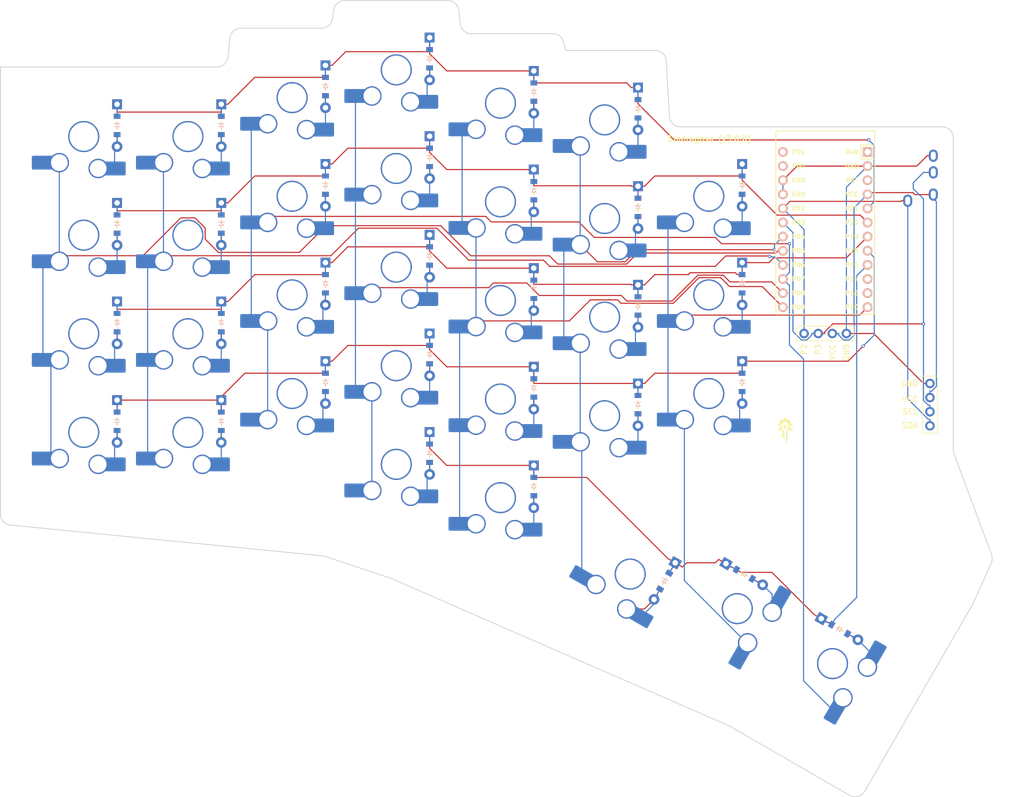
<source format=kicad_pcb>
(kicad_pcb (version 20241229) (generator "pcbnew") (generator_version "9.0")
  (title_block (title "board_left") (date "2026-01-28") (rev "v1.0.0") (company "Unknown"))
  (layers (0 "F.Cu" signal) (2 "B.Cu" signal) (13 "F.Paste" user) (15 "B.Paste" user) (5 "F.SilkS" user "F.Silkscreen") (7 "B.SilkS" user "B.Silkscreen") (1 "F.Mask" user) (3 "B.Mask" user) (25 "Edge.Cuts" user))
  (net 0 "")
  (net 1 "P5")
  (net 2 "first_bottom")
  (net 3 "GND")
  (net 4 "first_home")
  (net 5 "first_top")
  (net 6 "first_num")
  (net 7 "P6")
  (net 8 "second_bottom")
  (net 9 "second_home")
  (net 10 "second_top")
  (net 11 "second_num")
  (net 12 "P7")
  (net 13 "third_bottom")
  (net 14 "third_home")
  (net 15 "third_top")
  (net 16 "third_num")
  (net 17 "P8")
  (net 18 "fourth_mod")
  (net 19 "fourth_bottom")
  (net 20 "fourth_home")
  (net 21 "fourth_top")
  (net 22 "fourth_num")
  (net 23 "P9")
  (net 24 "fifth_mod")
  (net 25 "fifth_bottom")
  (net 26 "fifth_home")
  (net 27 "fifth_top")
  (net 28 "fifth_num")
  (net 29 "P4")
  (net 30 "sixth_bottom")
  (net 31 "sixth_home")
  (net 32 "sixth_top")
  (net 33 "sixth_num")
  (net 34 "P10")
  (net 35 "seventh_bottom")
  (net 36 "seventh_home")
  (net 37 "seventh_top")
  (net 38 "small_thumb_cluster")
  (net 39 "medium_thumb_cluster")
  (net 40 "big_thumb_cluster")
  (net 41 "P18")
  (net 42 "P19")
  (net 43 "P20")
  (net 44 "P21")
  (net 45 "P15")
  (net 46 "RAW")
  (net 47 "RST")
  (net 48 "VCC")
  (net 49 "P14")
  (net 50 "P16")
  (net 51 "P1")
  (net 52 "P0")
  (net 53 "P2")
  (net 54 "P3")
  (footprint "ComboDiode" (layer "F.Cu") (at 106 130.25 -90)
    (property "Reference" "D1" (hide yes))
    (property "Value" "" (hide yes))
  )
  (footprint "ComboDiode" (layer "F.Cu") (at 143.5 105.5 -90)
    (property "Reference" "D10" (hide yes))
    (property "Value" "" (hide yes))
  )
  (footprint "splitKeyboard:i2c-breakout" (layer "F.Cu") (at 269 127.25 -90)
    (property "Reference" "I2COut" (hide yes))
    (property "Value" "Val**" (hide yes))
  )
  (footprint "ComboDiode" (layer "F.Cu") (at 124.75 77 -90)
    (property "Reference" "D8" (hide yes))
    (property "Value" "" (hide yes))
  )
  (footprint "ComboDiode" (layer "F.Cu") (at 106 112.5 -90)
    (property "Reference" "D2" (hide yes))
    (property "Value" "" (hide yes))
  )
  (footprint "ComboDiode" (layer "F.Cu") (at 181 142 -90)
    (property "Reference" "D18" (hide yes))
    (property "Value" "" (hide yes))
  )
  (footprint "ComboDiode" (layer "F.Cu") (at 236.0356 167.6732 -30)
    (property "Reference" "D32" (hide yes))
    (property "Value" "" (hide yes))
  )
  (footprint "ceoloide:mounting_hole_npth" (layer "F.Cu") (at 109.75 124.7)
    (property "Reference" "MH2" (hide yes))
    (property "Value" "")
  )
  (footprint "ComboDiode" (layer "F.Cu") (at 124.75 94.75 -90)
    (property "Reference" "D7" (hide yes))
    (property "Value" "" (hide yes))
  )
  (footprint "ceoloide:mounting_hole_npth" (layer "F.Cu") (at 184.75 121.7)
    (property "Reference" "MH3" (hide yes))
    (property "Value" "")
  )
  (footprint "ComboDiode" (layer "F.Cu") (at 218.5 105.5 -90)
    (property "Reference" "D28" (hide yes))
    (property "Value" "" (hide yes))
  )
  (footprint "ceoloide:display_ssd1306" (layer "F.Cu") (at 233.455 97.75)
    (property "Reference" "DISP1" (hide yes))
    (property "Value" "")
  )
  (footprint "ceoloide:mounting_hole_npth" (layer "F.Cu") (at 184.75 86.2)
    (property "Reference" "MH4" (hide yes))
    (property "Value" "")
  )
  (footprint "ComboDiode" (layer "F.Cu") (at 162.25 136 -90)
    (property "Reference" "D13" (hide yes))
    (property "Value" "" (hide yes))
  )
  (footprint "ComboDiode" (layer "F.Cu") (at 204.5442 159.0179 -120)
    (property "Reference" "D30" (hide yes))
    (property "Value" "" (hide yes))
  )
  (footprint "ProMicro" (layer "F.Cu") (at 233.455 95.75 -90)
    (property "Reference" "MCU1" (hide yes))
    (property "Value" "" (hide yes))
  )
  (footprint "ceoloide:mounting_hole_npth" (layer "F.Cu") (at 109.75 89.95)
    (property "Reference" "MH1" (hide yes))
    (property "Value" "")
  )
  (footprint "ComboDiode" (layer "F.Cu") (at 162.25 65 -90)
    (property "Reference" "D17" (hide yes))
    (property "Value" "" (hide yes))
  )
  (footprint "ComboDiode" (layer "F.Cu") (at 181 71 -90)
    (property "Reference" "D22" (hide yes))
    (property "Value" "" (hide yes))
  )
  (footprint "ComboDiode" (layer "F.Cu") (at 218.5 123.25 -90)
    (property "Reference" "D27" (hide yes))
    (property "Value" "" (hide yes))
  )
  (footprint "ComboDiode" (layer "F.Cu") (at 124.75 130.25 -90)
    (property "Reference" "D5" (hide yes))
    (property "Value" "" (hide yes))
  )
  (footprint "ComboDiode" (layer "F.Cu") (at 106 94.75 -90)
    (property "Reference" "D3" (hide yes))
    (property "Value" "" (hide yes))
  )
  (footprint "ceoloide:mounting_hole_npth" (layer "F.Cu") (at 223.1037 144.2721 60)
    (property "Reference" "MH5" (hide yes))
    (property "Value" "")
  )
  (footprint "ComboDiode" (layer "F.Cu") (at 162.25 100.5 -90)
    (property "Reference" "D15" (hide yes))
    (property "Value" "" (hide yes))
  )
  (footprint "ceoloide:trrs_pj320a" (layer "F.Cu") (at 250.6 79.25)
    (property "Reference" "TRRS1" (hide yes))
    (property "Value" "")
  )
  (footprint "ComboDiode" (layer "F.Cu") (at 181 106.5 -90)
    (property "Reference" "D20" (hide yes))
    (property "Value" "" (hide yes))
  )
  (footprint "ComboDiode" (layer "F.Cu") (at 162.25 82.75 -90)
    (property "Reference" "D16" (hide yes))
    (property "Value" "" (hide yes))
  )
  (footprint "ComboDiode" (layer "F.Cu") (at 143.5 123.25 -90)
    (property "Reference" "D9" (hide yes))
    (property "Value" "" (hide yes))
  )
  (footprint "ComboDiode" (layer "F.Cu") (at 106 77 -90)
    (property "Reference" "D4" (hide yes))
    (property "Value" "" (hide yes))
  )
  (footprint "ComboDiode" (layer "F.Cu") (at 181 124.25 -90)
    (property "Reference" "D19" (hide yes))
    (property "Value" "" (hide yes))
  )
  (footprint "ComboDiode" (layer "F.Cu") (at 143.5 87.75 -90)
    (property "Reference" "D11" (hide yes))
    (property "Value" "" (hide yes))
  )
  (footprint "ComboDiode" (layer "F.Cu") (at 181 88.75 -90)
    (property "Reference" "D21" (hide yes))
    (property "Value" "" (hide yes))
  )
  (footprint "ComboDiode" (layer "F.Cu") (at 218.5 87.75 -90)
    (property "Reference" "D29" (hide yes))
    (property "Value" "" (hide yes))
  )
  (footprint "ComboDiode" (layer "F.Cu") (at 199.75 109.5 -90)
    (property "Reference" "D24" (hide yes))
    (property "Value" "" (hide yes))
  )
  (footprint "ComboDiode" (layer "F.Cu") (at 124.75 112.5 -90)
    (property "Reference" "D6" (hide yes))
    (property "Value" "" (hide yes))
  )
  (footprint "ComboDiode" (layer "F.Cu") (at 199.75 74 -90)
    (property "Reference" "D26" (hide yes))
    (property "Value" "" (hide yes))
  )
  (footprint "ComboDiode" (layer "F.Cu") (at 199.75 127.25 -90)
    (property "Reference" "D23" (hide yes))
    (property "Value" "" (hide yes))
  )
  (footprint "ComboDiode" (layer "F.Cu") (at 199.75 91.75 -90)
    (property "Reference" "D25" (hide yes))
    (property "Value" "" (hide yes))
  )
  (footprint "ComboDiode" (layer "F.Cu") (at 143.5 70 -90)
    (property "Reference" "D12" (hide yes))
    (property "Value" "" (hide yes))
  )
  (footprint "ComboDiode" (layer "F.Cu") (at 218.8883 157.7732 -30)
    (property "Reference" "D31" (hide yes))
    (property "Value" "" (hide yes))
  )
  (footprint "ComboDiode" (layer "F.Cu") (at 162.25 118.25 -90)
    (property "Reference" "D14" (hide yes))
    (property "Value" "" (hide yes))
  )
  (footprint "ceoloide:switch_gateron_ks27_ks33" (layer "B.Cu") (at 212.5 89.75)
    (property "Reference" "S29" (hide yes))
    (property "Value" "")
  )
  (footprint "ceoloide:switch_gateron_ks27_ks33" (layer "B.Cu") (at 175 144)
    (property "Reference" "S18" (hide yes))
    (property "Value" "")
  )
  (footprint "ceoloide:switch_gateron_ks27_ks33" (layer "B.Cu") (at 217.6204 163.9694 60)
    (property "Reference" "S31" (hide yes))
    (property "Value" "")
  )
  (footprint "ceoloide:switch_gateron_ks27_ks33" (layer "B.Cu") (at 100 79)
    (property "Reference" "S4" (hide yes))
    (property "Value" "")
  )
  (footprint "ceoloide:switch_gateron_ks27_ks33" (layer "B.Cu") (at 137.5 125.25)
    (property "Reference" "S9" (hide yes))
    (property "Value" "")
  )
  (footprint "ceoloide:switch_gateron_ks27_ks33" (layer "B.Cu") (at 175 73)
    (property "Reference" "S22" (hide yes))
    (property "Value" "")
  )
  (footprint "ceoloide:switch_gateron_ks27_ks33" (layer "B.Cu") (at 137.5 107.5)
    (property "Reference" "S10" (hide yes))
    (property "Value" "")
  )
  (footprint "ceoloide:switch_gateron_ks27_ks33" (layer "B.Cu") (at 193.75 111.5)
    (property "Reference" "S24" (hide yes))
    (property "Value" "")
  )
  (footprint "ceoloide:switch_gateron_ks27_ks33" (layer "B.Cu") (at 175 108.5)
    (property "Reference" "S20" (hide yes))
    (property "Value" "")
  )
  (footprint "ceoloide:switch_gateron_ks27_ks33" (layer "B.Cu") (at 118.75 96.75)
    (property "Reference" "S7" (hide yes))
    (property "Value" "")
  )
  (footprint "ceoloide:switch_gateron_ks27_ks33" (layer "B.Cu") (at 118.75 79)
    (property "Reference" "S8" (hide yes))
    (property "Value" "")
  )
  (footprint "ceoloide:switch_gateron_ks27_ks33" (layer "B.Cu") (at 193.75 93.75)
    (property "Reference" "S25" (hide yes))
    (property "Value" "")
  )
  (footprint "ceoloide:switch_gateron_ks27_ks33" (layer "B.Cu") (at 193.75 76)
    (property "Reference" "S26" (hide yes))
    (property "Value" "")
  )
  (footprint "ceoloide:switch_gateron_ks27_ks33" (layer "B.Cu") (at 156.25 102.5)
    (property "Reference" "S15" (hide yes))
    (property "Value" "")
  )
  (footprint "ceoloide:switch_gateron_ks27_ks33" (layer "B.Cu") (at 137.5 72)
    (property "Reference" "S12" (hide yes))
    (property "Value" "")
  )
  (footprint "ceoloide:switch_gateron_ks27_ks33" (layer "B.Cu") (at 175 90.75)
    (property "Reference" "S21" (hide yes))
    (property "Value" "")
  )
  (footprint "ceoloide:switch_gateron_ks27_ks33" (layer "B.Cu") (at 212.5 107.5)
    (property "Reference" "S28" (hide yes))
    (property "Value" "")
  )
  (footprint "ceoloide:switch_gateron_ks27_ks33" (layer "B.Cu") (at 156.25 67)
    (property "Reference" "S17" (hide yes))
    (property "Value" "")
  )
  (footprint "ceoloide:switch_gateron_ks27_ks33" (layer "B.Cu") (at 100 132.25)
    (property "Reference" "S1" (hide yes))
    (property "Value" "")
  )
  (footprint "ceoloide:switch_gateron_ks27_ks33" (layer "B.Cu") (at 156.25 120.25)
    (property "Reference" "S14" (hide yes))
    (property "Value" "")
  )
  (footprint "ceoloide:switch_gateron_ks27_ks33" (layer "B.Cu") (at 175 126.25)
    (property "Reference" "S19" (hide yes))
    (property "Value" "")
  )
  (footprint "ceoloide:switch_gateron_ks27_ks33" (layer "B.Cu") (at 118.75 132.25)
    (property "Reference" "S5" (hide yes))
    (property "Value" "")
  )
  (footprint "ceoloide:switch_gateron_ks27_ks33" (layer "B.Cu") (at 137.5 89.75)
    (property "Reference" "S11" (hide yes))
    (property "Value" "")
  )
  (footprint "ceoloide:switch_gateron_ks27_ks33" (layer "B.Cu") (at 156.25 138)
    (property "Reference" "S13" (hide yes))
    (property "Value" "")
  )
  (footprint "ceoloide:switch_gateron_ks27_ks33" (layer "B.Cu") (at 100 96.75)
    (property "Reference" "S3" (hide yes))
    (property "Value" "")
  )
  (footprint "ceoloide:switch_gateron_ks27_ks33" (layer "B.Cu") (at 118.75 114.5)
    (property "Reference" "S6" (hide yes))
    (property "Value" "")
  )
  (footprint "ceoloide:switch_gateron_ks27_ks33" (layer "B.Cu") (at 212.5 125.25)
    (property "Reference" "S27" (hide yes))
    (property "Value" "")
  )
  (footprint "ceoloide:switch_gateron_ks27_ks33" (layer "B.Cu") (at 234.7677 173.8694 60)
    (property "Reference" "S32" (hide yes))
    (property "Value" "")
  )
  (footprint "ceoloide:switch_gateron_ks27_ks33" (layer "B.Cu") (at 100 114.5)
    (property "Reference" "S2" (hide yes))
    (property "Value" "")
  )
  (footprint "ceoloide:switch_gateron_ks27_ks33" (layer "B.Cu") (at 198.3481 157.75 -30)
    (property "Reference" "S30" (hide yes))
    (property "Value" "")
  )
  (footprint "ceoloide:switch_gateron_ks27_ks33" (layer "B.Cu") (at 156.25 84.75)
    (property "Reference" "S16" (hide yes))
    (property "Value" "")
  )
  (footprint "ceoloide:switch_gateron_ks27_ks33" (layer "B.Cu") (at 193.75 129.25)
    (property "Reference" "S23" (hide yes))
    (property "Value" "")
  )
  (gr_poly (pts (xy 226.27576 130.800203) (xy 226.317934 130.842168) (xy 226.367633 130.893968) (xy 226.393619 130.922302) (xy 226.419464 130.95159) (xy 226.444495 130.981331) (xy 226.468037 131.011024) (xy 226.489416 131.040167) (xy 226.507959 131.068258) (xy 226.515956 131.081753) (xy 226.522991 131.094797) (xy 226.52898 131.107328) (xy 226.533838 131.119282) (xy 226.535337 131.124416) (xy 226.536218 131.129906) (xy 226.536507 131.135742) (xy 226.536227 131.141914) (xy 226.535404 131.148409) (xy 226.534062 131.155217) (xy 226.532225 131.162328) (xy 226.529919 131.16973) (xy 226.523994 131.185364) (xy 226.516483 131.202032) (xy 226.507583 131.219646) (xy 226.49749 131.238121) (xy 226.4864 131.257367) (xy 226.474509 131.277298) (xy 226.449109 131.318865) (xy 226.42286 131.362123) (xy 226.409907 131.384167) (xy 226.397331 131.406373) (xy 226.384162 131.431095) (xy 226.372013 131.455663) (xy 226.360768 131.480008) (xy 226.350307 131.504064) (xy 226.331266 131.551045) (xy 226.313942 131.596071) (xy 226.297389 131.638611) (xy 226.280661 131.678132) (xy 226.271934 131.696593) (xy 226.262809 131.7141) (xy 226.253166 131.730586) (xy 226.242887 131.745984) (xy 226.216586 131.772119) (xy 226.215063 131.763623) (xy 226.209917 131.73934) (xy 226.205717 131.721845) (xy 226.200287 131.701083) (xy 226.19352 131.67728) (xy 226.185308 131.650663) (xy 226.175544 131.621458) (xy 226.164119 131.589891) (xy 226.150925 131.556189) (xy 226.135856 131.520578) (xy 226.118802 131.483285) (xy 226.099656 131.444536) (xy 226.07831 131.404557) (xy 226.066778 131.384178) (xy 226.054656 131.363576) (xy 226.035612 131.332898) (xy 226.017417 131.305477) (xy 226.000174 131.28106) (xy 225.983988 131.259393) (xy 225.968964 131.240225) (xy 225.955204 131.223303) (xy 225.931898 131.195187) (xy 225.92256 131.183488) (xy 225.914903 131.173024) (xy 225.909033 131.163543) (xy 225.905053 131.154793) (xy 225.903804 131.150613) (xy 225.903067 131.146521) (xy 225.902854 131.142485) (xy 225.903179 131.138474) (xy 225.904055 131.134457) (xy 225.905495 131.130401) (xy 225.907511 131.126275) (xy 225.910117 131.122048) (xy 225.93164 131.091049) (xy 225.951174 131.064384) (xy 225.969044 131.041398) (xy 225.985574 131.021437) (xy 226.001089 131.003848) (xy 226.015913 130.987975) (xy 226.044789 130.958764) (xy 226.074801 130.928569) (xy 226.091044 130.911468) (xy 226.108545 130.892158) (xy 226.127629 130.869986) (xy 226.14862 130.844297) (xy 226.171843 130.814438) (xy 226.197622 130.779753) (xy 226.23555 130.761817)) (fill yes) (layer "F.SilkS"))
  (gr_poly (pts (xy 226.281353 129.654027) (xy 226.358956 129.7097) (xy 226.451117 129.777479) (xy 226.548324 129.851502) (xy 226.595847 129.889023) (xy 226.641066 129.925906) (xy 226.682791 129.961418) (xy 226.719834 129.994827) (xy 226.751006 130.025399) (xy 226.775118 130.052402) (xy 226.801656 130.050147) (xy 226.826943 130.045653) (xy 226.851005 130.03922) (xy 226.873869 130.03115) (xy 226.895562 130.021743) (xy 226.91611 130.011298) (xy 226.935539 130.000118) (xy 226.953876 129.988501) (xy 227.016835 129.943685) (xy 227.042453 129.926474) (xy 227.053889 129.920219) (xy 227.064445 129.915933) (xy 227.074148 129.913914) (xy 227.083024 129.914465) (xy 227.091101 129.917885) (xy 227.098403 129.924475) (xy 227.104959 129.934536) (xy 227.110794 129.948367) (xy 227.115935 129.966269) (xy 227.120408 129.988543) (xy 227.12424 130.01549) (xy 227.127458 130.047409) (xy 227.132157 130.127368) (xy 227.134716 130.230824) (xy 227.135348 130.36018) (xy 227.198104 130.438204) (xy 227.262429 130.519576) (xy 227.336167 130.614826) (xy 227.409905 130.713181) (xy 227.443832 130.760157) (xy 227.474229 130.803869) (xy 227.49992 130.842972) (xy 227.519727 130.876119) (xy 227.532474 130.901963) (xy 227.535833 130.911726) (xy 227.536985 130.919159) (xy 227.308916 131.058901) (xy 227.287525 131.076353) (xy 227.266293 131.095239) (xy 227.245385 131.115628) (xy 227.224969 131.137589) (xy 227.205209 131.16119) (xy 227.186272 131.186498) (xy 227.168325 131.213583) (xy 227.151534 131.242512) (xy 227.136065 131.273353) (xy 227.122085 131.306175) (xy 227.109759 131.341047) (xy 227.099254 131.378035) (xy 227.090737 131.41721) (xy 227.084373 131.458638) (xy 227.080329 131.502387) (xy 227.078771 131.548528) (xy 227.103826 131.550376) (xy 227.128279 131.550793) (xy 227.152142 131.549853) (xy 227.175426 131.547628) (xy 227.198144 131.544193) (xy 227.220309 131.539619) (xy 227.241931 131.533981) (xy 227.263024 131.527352) (xy 227.283599 131.519805) (xy 227.303669 131.511413) (xy 227.342341 131.492388) (xy 227.379137 131.470865) (xy 227.414154 131.447429) (xy 227.641891 131.261453) (xy 227.634962 131.303543) (xy 227.621919 131.353377) (xy 227.603507 131.409641) (xy 227.580469 131.47102) (xy 227.55355 131.5362) (xy 227.523493 131.603867) (xy 227.456941 131.741406) (xy 227.386766 131.873123) (xy 227.35218 131.933512) (xy 227.31892 131.988504) (xy 227.28773 132.036784) (xy 227.259354 132.077037) (xy 227.234535 132.10795) (xy 227.214019 132.128209) (xy 227.188688 132.075511) (xy 227.162353 132.025834) (xy 227.134983 131.980321) (xy 227.120899 131.959484) (xy 227.106544 131.940117) (xy 227.091914 131.922364) (xy 227.077005 131.906367) (xy 227.061813 131.89227) (xy 227.046334 131.880215) (xy 227.030563 131.870345) (xy 227.014497 131.862804) (xy 226.998132 131.857735) (xy 226.981464 131.85528) (xy 226.964488 131.855583) (xy 226.947201 131.858787) (xy 226.929598 131.865034) (xy 226.911676 131.874468) (xy 226.893431 131.887233) (xy 226.874858 131.90347) (xy 226.855954 131.923322) (xy 226.836713 131.946934) (xy 226.817134 131.974448) (xy 226.797211 132.006007) (xy 226.77694 132.041754) (xy 226.756317 132.081832) (xy 226.735338 132.126385) (xy 226.714 132.175554) (xy 226.692298 132.229484) (xy 226.670228 132.288317) (xy 226.645827 132.35863) (xy 226.625048 132.424883) (xy 226.607725 132.487194) (xy 226.593697 132.545682) (xy 226.582799 132.600465) (xy 226.574868 132.651664) (xy 226.569741 132.699396) (xy 226.567253 132.74378) (xy 226.567243 132.784936) (xy 226.569545 132.822981) (xy 226.573997 132.858036) (xy 226.580435 132.890218) (xy 226.588695 132.919646) (xy 226.598615 132.94644) (xy 226.61003 132.970718) (xy 226.622777 132.992599) (xy 226.636693 133.012202) (xy 226.651614 133.029646) (xy 226.667377 133.045049) (xy 226.683817 133.05853) (xy 226.71808 133.080203) (xy 226.753092 133.095615) (xy 226.787548 133.105717) (xy 226.820138 133.11146) (xy 226.849555 133.113793) (xy 226.874492 133.113668) (xy 226.837875 133.152716) (xy 226.804021 133.192911) (xy 226.772797 133.234127) (xy 226.744068 133.276232) (xy 226.717703 133.319099) (xy 226.693569 133.362598) (xy 226.65146 133.450976) (xy 226.616678 133.540332) (xy 226.588159 133.629634) (xy 226.564841 133.717848) (xy 226.545659 133.803941) (xy 226.489029 134.106442) (xy 226.474579 134.166434) (xy 226.457885 134.218106) (xy 226.437884 134.260426) (xy 226.426311 134.277756) (xy 226.413512 134.29236) (xy 226.404267 134.226944) (xy 226.396361 134.125769) (xy 226.385518 133.836917) (xy 226.382892 133.467356) (xy 226.390391 133.058637) (xy 226.409924 132.652312) (xy 226.4248 132.463032) (xy 226.443399 132.289932) (xy 226.465961 132.138206) (xy 226.492724 132.013048) (xy 226.523927 131.919652) (xy 226.541267 131.886488) (xy 226.559807 131.863212) (xy 226.601944 131.817139) (xy 226.647791 131.754825) (xy 226.69472 131.678305) (xy 226.740102 131.589611) (xy 226.781308 131.490777) (xy 226.799524 131.438194) (xy 226.81571 131.383838) (xy 226.829538 131.327964) (xy 226.840679 131.270826) (xy 226.848804 131.212678) (xy 226.853586 131.153775) (xy 226.854695 131.09437) (xy 226.851802 131.034718) (xy 226.84458 130.975074) (xy 226.832699 130.915691) (xy 226.815831 130.856823) (xy 226.793648 130.798725) (xy 226.76582 130.741651) (xy 226.732019 130.685856) (xy 226.691917 130.631592) (xy 226.645185 130.579116) (xy 226.591495 130.52868) (xy 226.530517 130.480539) (xy 226.461924 130.434947) (xy 226.385386 130.392158) (xy 226.300575 130.352427) (xy 226.207162 130.316008) (xy 226.113837 130.352493) (xy 226.02928 130.392412) (xy 225.953153 130.435501) (xy 225.88512 130.481494) (xy 225.824844 130.530127) (xy 225.771986 130.581133) (xy 225.72621 130.634248) (xy 225.68718 130.689206) (xy 225.654557 130.745743) (xy 225.628005 130.803592) (xy 225.607186 130.862488) (xy 225.591763 130.922167) (xy 225.5814 130.982363) (xy 225.575758 131.04281) (xy 225.574501 131.103244) (xy 225.577292 131.163399) (xy 225.583794 131.22301) (xy 225.593669 131.281812) (xy 225.60658 131.339539) (xy 225.62219 131.395926) (xy 225.660158 131.503618) (xy 225.704878 131.602768) (xy 225.75365 131.691253) (xy 225.803778 131.76695) (xy 225.852565 131.827737) (xy 225.897314 131.871493) (xy 225.908313 131.882621) (xy 225.919181 131.897566) (xy 225.940482 131.937868) (xy 225.961134 131.990313) (xy 225.981057 132.052816) (xy 226.000166 132.123289) (xy 226.018382 132.199647) (xy 226.051803 132.361674) (xy 226.133327 132.827968) (xy 226.133525 132.848465) (xy 226.131182 132.876354) (xy 226.126554 132.910532) (xy 226.119896 132.949898) (xy 226.101512 133.03978) (xy 226.078073 133.13718) (xy 226.051621 133.233281) (xy 226.037903 133.278087) (xy 226.024198 133.319261) (xy 226.010761 133.355701) (xy 225.997847 133.386303) (xy 225.985712 133.409966) (xy 225.97461 133.425587) (xy 225.956952 133.411142) (xy 225.938738 133.394148) (xy 225.900942 133.353156) (xy 225.861811 133.303904) (xy 225.821934 133.247683) (xy 225.781903 133.185788) (xy 225.742306 133.119509) (xy 225.703733 133.05014) (xy 225.666774 132.978973) (xy 225.63202 132.9073) (xy 225.600059 132.836414) (xy 225.571483 132.767607) (xy 225.54688 132.702172) (xy 225.52684 132.641402) (xy 225.511953 132.586588) (xy 225.50281 132.539023) (xy 225.500576 132.518363) (xy 225.5 132.5) (xy 225.525293 132.522148) (xy 225.549937 132.541867) (xy 225.573886 132.559183) (xy 225.597094 132.574122) (xy 225.619514 132.586709) (xy 225.641101 132.596971) (xy 225.661809 132.604935) (xy 225.681593 132.610625) (xy 225.700405 132.614067) (xy 225.7182 132.615289) (xy 225.734933 132.614315) (xy 225.750557 132.611173) (xy 225.765027 132.605887) (xy 225.778295 132.598484) (xy 225.790318 132.58899) (xy 225.801047 132.577432) (xy 225.810439 132.563834) (xy 225.818446 132.548222) (xy 225.825022 132.530624) (xy 225.830123 132.511065) (xy 225.833701 132.489571) (xy 225.835712 132.466168) (xy 225.836108 132.440882) (xy 225.834845 132.413739) (xy 225.831875 132.384764) (xy 225.827154 132.353985) (xy 225.820635 132.321427) (xy 225.812272 132.287116) (xy 225.80202 132.251078) (xy 225.789832 132.21334) (xy 225.775662 132.173926) (xy 225.759466 132.132863) (xy 225.741723 132.091624) (xy 225.723995 132.054093) (xy 225.706303 132.020144) (xy 225.688669 131.989648) (xy 225.671115 131.962478) (xy 225.653663 131.938505) (xy 225.636334 131.917604) (xy 225.619151 131.899645) (xy 225.602134 131.884502) (xy 225.585305 131.872046) (xy 225.568687 131.86215) (xy 225.552301 131.854687) (xy 225.536169 131.849529) (xy 225.520312 131.846547) (xy 225.504753 131.845616) (xy 225.489512 131.846606) (xy 225.474612 131.849391) (xy 225.460075 131.853842) (xy 225.445922 131.859832) (xy 225.432174 131.867234) (xy 225.418855 131.875919) (xy 225.405985 131.885761) (xy 225.393586 131.896632) (xy 225.38168 131.908403) (xy 225.359433 131.934138) (xy 225.339419 131.961945) (xy 225.321811 131.990804) (xy 225.306784 132.019693) (xy 225.288359 132.010568) (xy 225.269892 131.999411) (xy 225.251422 131.986335) (xy 225.232984 131.971453) (xy 225.214617 131.954877) (xy 225.196358 131.936721) (xy 225.160313 131.896119) (xy 225.125146 131.850551) (xy 225.091157 131.80092) (xy 225.058643 131.74813) (xy 225.027903 131.693083) (xy 224.999236 131.636685) (xy 224.97294 131.579837) (xy 224.949313 131.523444) (xy 224.928653 131.468409) (xy 224.91126 131.415636) (xy 224.897432 131.366027) (xy 224.887466 131.320487) (xy 224.881662 131.279919) (xy 224.905382 131.296926) (xy 224.929086 131.31558) (xy 224.977416 131.356126) (xy 225.002527 131.377169) (xy 225.028592 131.398161) (xy 225.055853 131.418675) (xy 225.084554 131.438288) (xy 225.099521 131.447624) (xy 225.114938 131.456575) (xy 225.130836 131.465089) (xy 225.147245 131.473112) (xy 225.164197 131.480591) (xy 225.18172 131.487473) (xy 225.199846 131.493705) (xy 225.218605 131.499234) (xy 225.238027 131.504008) (xy 225.258142 131.507972) (xy 225.278981 131.511073) (xy 225.300574 131.51326) (xy 225.322952 131.514478) (xy 225.346144 131.514675) (xy 225.370181 131.513797) (xy 225.395094 131.511791) (xy 225.393489 131.465857) (xy 225.389306 131.422708) (xy 225.382719 131.382248) (xy 225.3739 131.344383) (xy 225.36302 131.30902) (xy 225.350252 131.276062) (xy 225.33577 131.245417) (xy 225.319744 131.216989) (xy 225.302347 131.190684) (xy 225.283752 131.166407) (xy 225.264131 131.144064) (xy 225.243657 131.12356) (xy 225.222501 131.104801) (xy 225.200836 131.087693) (xy 225.178835 131.07214) (xy 225.156669 131.058048) (xy 224.920318 130.954188) (xy 224.921471 130.942486) (xy 224.924829 130.928801) (xy 224.937576 130.896102) (xy 224.957384 130.857324) (xy 224.983074 130.813704) (xy 225.013471 130.766477) (xy 225.047399 130.716877) (xy 225.121137 130.615498) (xy 225.194875 130.51945) (xy 225.259199 130.438611) (xy 225.321955 130.362084) (xy 225.324635 130.10023) (xy 225.328187 130.013671) (xy 225.33369 129.9525) (xy 225.341503 129.913573) (xy 225.346387 129.901468) (xy 225.351983 129.893745) (xy 225.358334 129.890011) (xy 225.365487 129.889873) (xy 225.373486 129.892938) (xy 225.382374 129.898813) (xy 225.403002 129.917421) (xy 225.427728 129.942554) (xy 225.45691 129.971067) (xy 225.490906 129.999817) (xy 225.530074 130.02566) (xy 225.551709 130.036508) (xy 225.574771 130.045451) (xy 225.599305 130.052096) (xy 225.625356 130.056048) (xy 225.652968 130.056916) (xy 225.682186 130.054306) (xy 225.70583 130.027282) (xy 225.735682 129.996649) (xy 225.770674 129.963147) (xy 225.809739 129.927513) (xy 225.895821 129.852804) (xy 225.985392 129.778432) (xy 226.14086 129.654325) (xy 226.207858 129.602453)) (fill yes) (layer "F.SilkS"))
  (gr_line (start 169.765564 60.5) (end 184.438498 60.5) (stroke (width 0.15)) (layer "Edge.Cuts"))
  (gr_arc (start 125.941457 64.713066) (mid 125.289604 65.987652) (end 123.952839 66.5) (stroke (width 0.15)) (layer "Edge.Cuts"))
  (gr_line (start 125.941457 64.713066) (end 126.308543 61.286934) (stroke (width 0.15)) (layer "Edge.Cuts"))
  (gr_arc (start 126.308543 61.286934) (mid 126.960396 60.012348) (end 128.297161 59.5) (stroke (width 0.15)) (layer "Edge.Cuts"))
  (gr_arc (start 263.390954 154.227003) (mid 263.515994 154.990578) (end 263.341839 155.744466) (stroke (width 0.15)) (layer "Edge.Cuts"))
  (gr_line (start 256.62608 136.088064) (end 263.390954 154.227003) (stroke (width 0.15)) (layer "Edge.Cuts"))
  (gr_line (start 128.297161 59.5) (end 142.777625 59.5) (stroke (width 0.15)) (layer "Edge.Cuts"))
  (gr_line (start 155.16499 158.471663) (end 143.46278 154.570927) (stroke (width 0.15)) (layer "Edge.Cuts"))
  (gr_line (start 143.026795 154.477967) (end 86.80353 148.928031) (stroke (width 0.15)) (layer "Edge.Cuts"))
  (gr_arc (start 240.557101 196.841824) (mid 239.342693 197.773631) (end 237.825051 197.573875) (stroke (width 0.15)) (layer "Edge.Cuts"))
  (gr_arc (start 207.393882 77.25) (mid 206.018731 76.702209) (end 205.396851 75.358929) (stroke (width 0.15)) (layer "Edge.Cuts"))
  (gr_arc (start 216.071374 185.02893) (mid 216.172992 185.076694) (end 216.271771 185.130083) (stroke (width 0.15)) (layer "Edge.Cuts"))
  (gr_line (start 146.972375 54.5) (end 165.484436 54.5) (stroke (width 0.15)) (layer "Edge.Cuts"))
  (gr_line (start 186.7501 63.5) (end 202.856118 63.5) (stroke (width 0.15)) (layer "Edge.Cuts"))
  (gr_line (start 85 146.937704) (end 85 66.5) (stroke (width 0.15)) (layer "Edge.Cuts"))
  (gr_arc (start 169.765564 60.5) (mid 168.44198 59.999343) (end 167.781009 58.748069) (stroke (width 0.15)) (layer "Edge.Cuts"))
  (gr_arc (start 144.755498 57.796681) (mid 144.08274 59.01549) (end 142.777625 59.5) (stroke (width 0.15)) (layer "Edge.Cuts"))
  (gr_line (start 204.853149 65.391071) (end 205.396851 75.358929) (stroke (width 0.15)) (layer "Edge.Cuts"))
  (gr_line (start 186.378767 62.014868) (end 186.7501 63.5) (stroke (width 0.15)) (layer "Edge.Cuts"))
  (gr_arc (start 143.026795 154.477967) (mid 143.247385 154.512264) (end 143.46278 154.570927) (stroke (width 0.15)) (layer "Edge.Cuts"))
  (gr_line (start 216.071374 185.02893) (end 155.332137 158.535826) (stroke (width 0.15)) (layer "Edge.Cuts"))
  (gr_arc (start 202.856118 63.5) (mid 204.231269 64.047791) (end 204.853149 65.391071) (stroke (width 0.15)) (layer "Edge.Cuts"))
  (gr_arc (start 254.5 77.25) (mid 255.914214 77.835786) (end 256.5 79.25) (stroke (width 0.15)) (layer "Edge.Cuts"))
  (gr_line (start 263.341839 155.744466) (end 260.098852 162.973762) (stroke (width 0.15)) (layer "Edge.Cuts"))
  (gr_line (start 237.825051 197.573875) (end 216.271771 185.130083) (stroke (width 0.15)) (layer "Edge.Cuts"))
  (gr_arc (start 144.994502 56.203319) (mid 145.66726 54.98451) (end 146.972375 54.5) (stroke (width 0.15)) (layer "Edge.Cuts"))
  (gr_line (start 144.755498 57.796681) (end 144.994502 56.203319) (stroke (width 0.15)) (layer "Edge.Cuts"))
  (gr_arc (start 86.80353 148.928031) (mid 85.517949 148.28066) (end 85 146.937704) (stroke (width 0.15)) (layer "Edge.Cuts"))
  (gr_arc (start 155.16499 158.471663) (mid 155.249282 158.501874) (end 155.332137 158.535826) (stroke (width 0.15)) (layer "Edge.Cuts"))
  (gr_arc (start 256.62608 136.088064) (mid 256.531774 135.744268) (end 256.5 135.38919) (stroke (width 0.15)) (layer "Edge.Cuts"))
  (gr_arc (start 260.098852 162.973762) (mid 260.054787 163.06565) (end 260.006098 163.155174) (stroke (width 0.15)) (layer "Edge.Cuts"))
  (gr_line (start 167.468991 56.251931) (end 167.781009 58.748069) (stroke (width 0.15)) (layer "Edge.Cuts"))
  (gr_line (start 256.5 79.25) (end 256.5 135.38919) (stroke (width 0.15)) (layer "Edge.Cuts"))
  (gr_line (start 207.393882 77.25) (end 254.5 77.25) (stroke (width 0.15)) (layer "Edge.Cuts"))
  (gr_line (start 85 66.5) (end 123.952839 66.5) (stroke (width 0.15)) (layer "Edge.Cuts"))
  (gr_line (start 260.006098 163.155174) (end 240.557101 196.841824) (stroke (width 0.15)) (layer "Edge.Cuts"))
  (gr_arc (start 184.438498 60.5) (mid 185.669299 60.923569) (end 186.378767 62.014868) (stroke (width 0.15)) (layer "Edge.Cuts"))
  (gr_arc (start 165.484436 54.5) (mid 166.80802 55.000657) (end 167.468991 56.251931) (stroke (width 0.15)) (layer "Edge.Cuts"))
  (gr_text "Sindragosa (v3.0.0)" (at 205 80 0) (layer "F.SilkS") (effects (font (size 1 1) (thickness 0.2) (bold yes)) (justify left bottom)))
  (segment (start 164.2509 95.0448) (end 143.6053 95.0448) (width 0.2) (layer "F.Cu") (net 1))
  (segment (start 197.7045 101.9563) (end 185.3078 101.9563) (width 0.2) (layer "F.Cu") (net 1))
  (segment (start 224.5523 99.9616) (end 199.6992 99.9616) (width 0.2) (layer "F.Cu") (net 1))
  (segment (start 143.6053 95.0448) (end 138.7983 99.8518) (width 0.2) (layer "F.Cu") (net 1))
  (segment (start 117.4653 93.6483) (end 110.6701 100.4435) (width 0.2) (layer "F.Cu") (net 1))
  (segment (start 121.8517 95.4652) (end 120.0348 93.6483) (width 0.2) (layer "F.Cu") (net 1))
  (segment (start 224.9538 99.5601) (end 224.5523 99.9616) (width 0.2) (layer "F.Cu") (net 1))
  (segment (start 138.7983 99.8518) (end 124.2285 99.8518) (width 0.2) (layer "F.Cu") (net 1))
  (segment (start 169.6601 100.454) (end 164.2509 95.0448) (width 0.2) (layer "F.Cu") (net 1))
  (segment (start 225.835 99.56) (end 224.9538 99.56) (width 0.2) (layer "F.Cu") (net 1))
  (segment (start 183.8055 100.454) (end 169.6601 100.454) (width 0.2) (layer "F.Cu") (net 1))
  (segment (start 185.3078 101.9563) (end 183.8055 100.454) (width 0.2) (layer "F.Cu") (net 1))
  (segment (start 120.0348 93.6483) (end 117.4653 93.6483) (width 0.2) (layer "F.Cu") (net 1))
  (segment (start 199.6992 99.9616) (end 197.7045 101.9563) (width 0.2) (layer "F.Cu") (net 1))
  (segment (start 121.8517 97.475) (end 121.8517 95.4652) (width 0.2) (layer "F.Cu") (net 1))
  (segment (start 96.6065 100.4435) (end 95.6 101.45) (width 0.2) (layer "F.Cu") (net 1))
  (segment (start 110.6701 100.4435) (end 96.6065 100.4435) (width 0.2) (layer "F.Cu") (net 1))
  (segment (start 124.2285 99.8518) (end 121.8517 97.475) (width 0.2) (layer "F.Cu") (net 1))
  (segment (start 224.9538 99.56) (end 224.9538 99.5601) (width 0.2) (layer "F.Cu") (net 1))
  (segment (start 92.65 83.7) (end 95.6 83.7) (width 0.2) (layer "B.Cu") (net 1))
  (segment (start 95.6 101.45) (end 92.65 101.45) (width 0.2) (layer "B.Cu") (net 1))
  (segment (start 92.65 136.95) (end 94.0837 136.95) (width 0.2) (layer "B.Cu") (net 1))
  (segment (start 92.65 119.2) (end 92.65 101.45) (width 0.2) (layer "B.Cu") (net 1))
  (segment (start 95.6 83.7) (end 95.6 101.45) (width 0.2) (layer "B.Cu") (net 1))
  (segment (start 94.0837 136.95) (end 94.0837 119.2) (width 0.2) (layer "B.Cu") (net 1))
  (segment (start 95.6 119.2) (end 94.0837 119.2) (width 0.2) (layer "B.Cu") (net 1))
  (segment (start 94.0837 136.95) (end 95.6 136.95) (width 0.2) (layer "B.Cu") (net 1))
  (segment (start 94.0837 119.2) (end 92.65 119.2) (width 0.2) (layer "B.Cu") (net 1))
  (segment (start 106 131.9) (end 106 134.06) (width 0.2) (layer "F.Cu") (net 2))
  (segment (start 105.55 138) (end 105.55 134.51) (width 0.2) (layer "B.Cu") (net 2))
  (segment (start 106 134.06) (end 106 131.9) (width 0.2) (layer "B.Cu") (net 2))
  (segment (start 102.6 138) (end 105.55 138) (width 0.2) (layer "B.Cu") (net 2))
  (segment (start 105.55 134.51) (end 106 134.06) (width 0.2) (layer "B.Cu") (net 2))
  (segment (start 241.075 84.32) (end 249.9283 84.32) (width 0.2) (layer "F.Cu") (net 3))
  (segment (start 252.3 123.44) (end 251.1483 123.44) (width 0.2) (layer "F.Cu") (net 3))
  (segment (start 225.835 86.86) (end 228.375 84.32) (width 0.2) (layer "F.Cu") (net 3))
  (segment (start 237.265 114.45) (end 238.4167 114.45) (width 0.2) (layer "F.Cu") (net 3))
  (segment (start 249.9283 84.32) (end 251.7983 82.45) (width 0.2) (layer "F.Cu") (net 3))
  (segment (start 252.9 82.45) (end 251.7983 82.45) (width 0.2) (layer "F.Cu") (net 3))
  (segment (start 242.1583 114.45) (end 238.4167 114.45) (width 0.2) (layer "F.Cu") (net 3))
  (segment (start 251.1483 123.44) (end 242.1583 114.45) (width 0.2) (layer "F.Cu") (net 3))
  (segment (start 228.375 84.32) (end 241.075 84.32) (width 0.2) (layer "F.Cu") (net 3))
  (segment (start 225.835 89.4) (end 225.835 86.86) (width 0.2) (layer "B.Cu") (net 3))
  (segment (start 237.265 114.45) (end 237.265 88.13) (width 0.2) (layer "B.Cu") (net 3))
  (segment (start 237.265 88.13) (end 241.075 84.32) (width 0.2) (layer "B.Cu") (net 3))
  (segment (start 106 114.15) (end 106 116.31) (width 0.2) (layer "F.Cu") (net 4))
  (segment (start 105.55 116.76) (end 106 116.31) (width 0.2) (layer "B.Cu") (net 4))
  (segment (start 102.6 120.25) (end 105.55 120.25) (width 0.2) (layer "B.Cu") (net 4))
  (segment (start 105.55 120.25) (end 105.55 116.76) (width 0.2) (layer "B.Cu") (net 4))
  (segment (start 106 114.15) (end 106 116.31) (width 0.2) (layer "B.Cu") (net 4))
  (segment (start 106 96.4) (end 106 98.56) (width 0.2) (layer "F.Cu") (net 5))
  (segment (start 106 102.05) (end 106 98.56) (width 0.2) (layer "B.Cu") (net 5))
  (segment (start 106 96.4) (end 106 98.56) (width 0.2) (layer "B.Cu") (net 5))
  (segment (start 105.55 102.5) (end 106 102.05) (width 0.2) (layer "B.Cu") (net 5))
  (segment (start 102.6 102.5) (end 105.55 102.5) (width 0.2) (layer "B.Cu") (net 5))
  (segment (start 106 80.81) (end 106 78.65) (width 0.2) (layer "F.Cu") (net 6))
  (segment (start 106 78.65) (end 106 80.81) (width 0.2) (layer "B.Cu") (net 6))
  (segment (start 102.6 84.75) (end 105.55 84.75) (width 0.2) (layer "B.Cu") (net 6))
  (segment (start 105.55 81.26) (end 105.55 84.75) (width 0.2) (layer "B.Cu") (net 6))
  (segment (start 106 80.81) (end 105.55 81.26) (width 0.2) (layer "B.Cu") (net 6))
  (segment (start 114.35 101.45) (end 115.3517 100.4483) (width 0.2) (layer "F.Cu") (net 7))
  (segment (start 223.5035 100.5823) (end 223.4205 100.5823) (width 0.2) (layer "F.Cu") (net 7))
  (segment (start 182.7422 101.2559) (end 183.8535 102.3672) (width 0.2) (layer "F.Cu") (net 7))
  (segment (start 183.8535 102.3672) (end 213.6576 102.3672) (width 0.2) (layer "F.Cu") (net 7))
  (segment (start 215.5255 100.4993) (end 223.3375 100.4993) (width 0.2) (layer "F.Cu") (net 7))
  (segment (start 169.3059 101.2559) (end 182.7422 101.2559) (width 0.2) (layer "F.Cu") (net 7))
  (segment (start 163.5493 95.4993) (end 169.3059 101.2559) (width 0.2) (layer "F.Cu") (net 7))
  (segment (start 149.4422 95.4993) (end 163.5493 95.4993) (width 0.2) (layer "F.Cu") (net 7))
  (segment (start 223.4205 100.5823) (end 223.5035 100.5823) (width 0.2) (layer "F.Cu") (net 7))
  (segment (start 144.4932 100.4483) (end 149.4422 95.4993) (width 0.2) (layer "F.Cu") (net 7))
  (segment (start 213.6576 102.3672) (end 215.5255 100.4993) (width 0.2) (layer "F.Cu") (net 7))
  (segment (start 115.3517 100.4483) (end 144.4932 100.4483) (width 0.2) (layer "F.Cu") (net 7))
  (segment (start 223.3375 100.4993) (end 223.4205 100.5823) (width 0.2) (layer "F.Cu") (net 7))
  (via (at 223.4205 100.5823) (size 0.6) (drill 0.3) (layers "F.Cu" "B.Cu") (net 7))
  (segment (start 223.5035 100.6653) (end 223.4205 100.5823) (width 0.2) (layer "B.Cu") (net 7))
  (segment (start 223.5035 100.5823) (end 223.4205 100.5823) (width 0.2) (layer "B.Cu") (net 7))
  (segment (start 111.4 83.7) (end 114.35 83.7) (width 0.2) (layer "B.Cu") (net 7))
  (segment (start 224.4003 100.6653) (end 223.5035 100.6653) (width 0.2) (layer "B.Cu") (net 7))
  (segment (start 111.4922 119.2) (end 111.4 119.2) (width 0.2) (layer "B.Cu") (net 7))
  (segment (start 114.35 101.45) (end 111.4922 101.45) (width 0.2) (layer "B.Cu") (net 7))
  (segment (start 114.35 136.95) (end 111.4 136.95) (width 0.2) (layer "B.Cu") (net 7))
  (segment (start 111.4922 119.2) (end 111.4922 136.8578) (width 0.2) (layer "B.Cu") (net 7))
  (segment (start 114.35 83.7) (end 114.35 101.45) (width 0.2) (layer "B.Cu") (net 7))
  (segment (start 114.35 119.2) (end 111.4922 119.2) (width 0.2) (layer "B.Cu") (net 7))
  (segment (start 225.835 102.1) (end 224.4003 100.6653) (width 0.2) (layer "B.Cu") (net 7))
  (segment (start 111.4922 101.45) (end 111.4922 119.2) (width 0.2) (layer "B.Cu") (net 7))
  (segment (start 223.4205 100.5823) (end 223.5035 100.5823) (width 0.2) (layer "B.Cu") (net 7))
  (segment (start 111.4922 136.8578) (end 111.4 136.95) (width 0.2) (layer "B.Cu") (net 7))
  (segment (start 111.4922 101.45) (end 111.4 101.45) (width 0.2) (layer "B.Cu") (net 7))
  (segment (start 124.75 131.9) (end 124.75 134.06) (width 0.2) (layer "F.Cu") (net 8))
  (segment (start 124.75 137.55) (end 124.3 138) (width 0.2) (layer "B.Cu") (net 8))
  (segment (start 121.35 138) (end 124.3 138) (width 0.2) (layer "B.Cu") (net 8))
  (segment (start 124.75 134.06) (end 124.75 137.55) (width 0.2) (layer "B.Cu") (net 8))
  (segment (start 124.75 131.9) (end 124.75 134.06) (width 0.2) (layer "B.Cu") (net 8))
  (segment (start 124.75 116.31) (end 124.75 114.15) (width 0.2) (layer "F.Cu") (net 9))
  (segment (start 124.75 119.8) (end 124.3 120.25) (width 0.2) (layer "B.Cu") (net 9))
  (segment (start 124.75 114.15) (end 124.75 116.31) (width 0.2) (layer "B.Cu") (net 9))
  (segment (start 124.75 116.31) (end 124.75 119.8) (width 0.2) (layer "B.Cu") (net 9))
  (segment (start 121.35 120.25) (end 124.3 120.25) (width 0.2) (layer "B.Cu") (net 9))
  (segment (start 124.75 96.4) (end 124.75 98.56) (width 0.2) (layer "F.Cu") (net 10))
  (segment (start 124.3 102.5) (end 124.75 102.05) (width 0.2) (layer "B.Cu") (net 10))
  (segment (start 124.3 102.5) (end 121.35 102.5) (width 0.2) (layer "B.Cu") (net 10))
  (segment (start 124.75 98.56) (end 124.75 96.4) (width 0.2) (layer "B.Cu") (net 10))
  (segment (start 124.75 102.05) (end 124.75 98.56) (width 0.2) (layer "B.Cu") (net 10))
  (segment (start 124.75 78.65) (end 124.75 80.81) (width 0.2) (layer "F.Cu") (net 11))
  (segment (start 124.75 84.3) (end 124.75 80.81) (width 0.2) (layer "B.Cu") (net 11))
  (segment (start 121.35 84.75) (end 124.3 84.75) (width 0.2) (layer "B.Cu") (net 11))
  (segment (start 124.3 84.75) (end 124.75 84.3) (width 0.2) (layer "B.Cu") (net 11))
  (segment (start 124.75 78.65) (end 124.75 80.81) (width 0.2) (layer "B.Cu") (net 11))
  (segment (start 213.6659 97.1595) (end 214.7964 98.29) (width 0.2) (layer "F.Cu") (net 12))
  (segment (start 173.3401 94.3723) (end 189.0901 94.3723) (width 0.2) (layer "F.Cu") (net 12))
  (segment (start 134.1771 93.3729) (end 172.3407 93.3729) (width 0.2) (layer "F.Cu") (net 12))
  (segment (start 133.1 94.45) (end 134.1771 93.3729) (width 0.2) (layer "F.Cu") (net 12))
  (segment (start 191.8773 97.1595) (end 213.6659 97.1595) (width 0.2) (layer "F.Cu") (net 12))
  (segment (start 189.0901 94.3723) (end 191.8773 97.1595) (width 0.2) (layer "F.Cu") (net 12))
  (segment (start 172.3407 93.3729) (end 173.3401 94.3723) (width 0.2) (layer "F.Cu") (net 12))
  (segment (start 214.7964 98.29) (end 227.0003 98.29) (width 0.2) (layer "F.Cu") (net 12))
  (via (at 227.0003 98.29) (size 0.6) (drill 0.3) (layers "F.Cu" "B.Cu") (net 12))
  (segment (start 225.835 104.64) (end 227.013 105.818) (width 0.2) (layer "B.Cu") (net 12))
  (segment (start 227.013 98.3027) (end 227.013 103.462) (width 0.2) (layer "B.Cu") (net 12))
  (segment (start 130.15 94.45) (end 130.15 112.2) (width 0.2) (layer "B.Cu") (net 12))
  (segment (start 130.15 129.95) (end 133.1 129.95) (width 0.2) (layer "B.Cu") (net 12))
  (segment (start 133.1 112.2) (end 133.1 129.95) (width 0.2) (layer "B.Cu") (net 12))
  (segment (start 130.15 76.7) (end 133.1 76.7) (width 0.2) (layer "B.Cu") (net 12))
  (segment (start 227.013 116.5259) (end 229.5478 119.0607) (width 0.2) (layer "B.Cu") (net 12))
  (segment (start 227.0003 98.29) (end 227.013 98.3027) (width 0.2) (layer "B.Cu") (net 12))
  (segment (start 236.638 181.1097) (end 236.638 180.0299) (width 0.2) (layer "B.Cu") (net 12))
  (segment (start 130.15 76.7) (end 130.15 94.45) (width 0.2) (layer "B.Cu") (net 12))
  (segment (start 227.013 103.462) (end 225.835 104.64) (width 0.2) (layer "B.Cu") (net 12))
  (segment (start 229.5478 176.9696) (end 229.5479 176.9696) (width 0.2) (layer "B.Cu") (net 12))
  (segment (start 227.013 105.818) (end 227.013 116.5259) (width 0.2) (layer "B.Cu") (net 12))
  (segment (start 130.15 94.45) (end 133.1 94.45) (width 0.2) (layer "B.Cu") (net 12))
  (segment (start 229.5478 119.0607) (end 229.5478 176.9696) (width 0.2) (layer "B.Cu") (net 12))
  (segment (start 130.15 112.2) (end 133.1 112.2) (width 0.2) (layer "B.Cu") (net 12))
  (segment (start 235.163 182.5847) (end 236.638 181.1097) (width 0.2) (layer "B.Cu") (net 12))
  (segment (start 229.5479 176.9696) (end 235.163 182.5847) (width 0.2) (layer "B.Cu") (net 12))
  (segment (start 143.5 124.9) (end 143.5 127.06) (width 0.2) (layer "F.Cu") (net 13))
  (segment (start 140.1 131) (end 143.05 131) (width 0.2) (layer "B.Cu") (net 13))
  (segment (start 143.5 124.9) (end 143.5 127.06) (width 0.2) (layer "B.Cu") (net 13))
  (segment (start 143.05 127.51) (end 143.05 131) (width 0.2) (layer "B.Cu") (net 13))
  (segment (start 143.5 127.06) (end 143.05 127.51) (width 0.2) (layer "B.Cu") (net 13))
  (segment (start 143.5 107.15) (end 143.5 109.31) (width 0.2) (layer "F.Cu") (net 14))
  (segment (start 143.05 109.76) (end 143.5 109.31) (width 0.2) (layer "B.Cu") (net 14))
  (segment (start 143.5 109.31) (end 143.5 107.15) (width 0.2) (layer "B.Cu") (net 14))
  (segment (start 140.1 113.25) (end 143.05 113.25) (width 0.2) (layer "B.Cu") (net 14))
  (segment (start 143.05 113.25) (end 143.05 109.76) (width 0.2) (layer "B.Cu") (net 14))
  (segment (start 143.5 89.4) (end 143.5 91.56) (width 0.2) (layer "F.Cu") (net 15))
  (segment (start 140.1 95.5) (end 143.05 95.5) (width 0.2) (layer "B.Cu") (net 15))
  (segment (start 143.5 95.05) (end 143.05 95.5) (width 0.2) (layer "B.Cu") (net 15))
  (segment (start 143.5 91.56) (end 143.5 95.05) (width 0.2) (layer "B.Cu") (net 15))
  (segment (start 143.5 89.4) (end 143.5 91.56) (width 0.2) (layer "B.Cu") (net 15))
  (segment (start 143.5 71.65) (end 143.5 73.81) (width 0.2) (layer "F.Cu") (net 16))
  (segment (start 143.5 77.3) (end 143.5 73.81) (width 0.2) (layer "B.Cu") (net 16))
  (segment (start 143.05 77.75) (end 143.5 77.3) (width 0.2) (layer "B.Cu") (net 16))
  (segment (start 143.5 73.81) (end 143.5 71.65) (width 0.2) (layer "B.Cu") (net 16))
  (segment (start 140.1 77.75) (end 143.05 77.75) (width 0.2) (layer "B.Cu") (net 16))
  (segment (start 210.5387 103.9498) (end 215.095 103.9498) (width 0.2) (layer "F.Cu") (net 17))
  (segment (start 205.8868 108.6017) (end 210.5387 103.9498) (width 0.2) (layer "F.Cu") (net 17))
  (segment (start 215.095 103.9498) (end 216.3029 105.1577) (width 0.2) (layer "F.Cu") (net 17))
  (segment (start 152.8565 106.1935) (end 172.8977 106.1935) (width 0.2) (layer "F.Cu") (net 17))
  (segment (start 172.8977 106.1935) (end 173.7262 105.365) (width 0.2) (layer "F.Cu") (net 17))
  (segment (start 151.85 107.2) (end 152.8565 106.1935) (width 0.2) (layer "F.Cu") (net 17))
  (segment (start 197.7382 108.6017) (end 205.8868 108.6017) (width 0.2) (layer "F.Cu") (net 17))
  (segment (start 216.3029 105.1577) (end 223.8127 105.1577) (width 0.2) (layer "F.Cu") (net 17))
  (segment (start 173.7262 105.365) (end 179.7389 105.365) (width 0.2) (layer "F.Cu") (net 17))
  (segment (start 223.8127 105.1577) (end 225.835 107.18) (width 0.2) (layer "F.Cu") (net 17))
  (segment (start 181.9805 107.6066) (end 196.7431 107.6066) (width 0.2) (layer "F.Cu") (net 17))
  (segment (start 196.7431 107.6066) (end 197.7382 108.6017) (width 0.2) (layer "F.Cu") (net 17))
  (segment (start 179.7389 105.365) (end 181.9805 107.6066) (width 0.2) (layer "F.Cu") (net 17))
  (segment (start 148.9 89.45) (end 148.9 107.2) (width 0.2) (layer "B.Cu") (net 17))
  (segment (start 148.9 124.95) (end 148.9 107.2) (width 0.2) (layer "B.Cu") (net 17))
  (segment (start 151.85 124.95) (end 151.85 142.7) (width 0.2) (layer "B.Cu") (net 17))
  (segment (start 151.85 107.2) (end 148.9 107.2) (width 0.2) (layer "B.Cu") (net 17))
  (segment (start 148.9 71.7) (end 151.85 71.7) (width 0.2) (layer "B.Cu") (net 17))
  (segment (start 148.9 89.45) (end 151.85 89.45) (width 0.2) (layer "B.Cu") (net 17))
  (segment (start 148.9 89.45) (end 148.9 71.7) (width 0.2) (layer "B.Cu") (net 17))
  (segment (start 148.9 142.7) (end 151.85 142.7) (width 0.2) (layer "B.Cu") (net 17))
  (segment (start 151.85 124.95) (end 148.9 124.95) (width 0.2) (layer "B.Cu") (net 17))
  (segment (start 162.25 137.65) (end 162.25 139.81) (width 0.2) (layer "F.Cu") (net 18))
  (segment (start 158.85 143.75) (end 161.8 143.75) (width 0.2) (layer "B.Cu") (net 18))
  (segment (start 161.8 140.26) (end 161.8 143.75) (width 0.2) (layer "B.Cu") (net 18))
  (segment (start 162.25 137.65) (end 162.25 139.81) (width 0.2) (layer "B.Cu") (net 18))
  (segment (start 162.25 139.81) (end 161.8 140.26) (width 0.2) (layer "B.Cu") (net 18))
  (segment (start 162.25 119.9) (end 162.25 122.06) (width 0.2) (layer "F.Cu") (net 19))
  (segment (start 162.25 119.9) (end 162.25 122.06) (width 0.2) (layer "B.Cu") (net 19))
  (segment (start 158.85 126) (end 161.8 126) (width 0.2) (layer "B.Cu") (net 19))
  (segment (start 162.25 125.55) (end 162.25 122.06) (width 0.2) (layer "B.Cu") (net 19))
  (segment (start 161.8 126) (end 162.25 125.55) (width 0.2) (layer "B.Cu") (net 19))
  (segment (start 162.25 102.15) (end 162.25 104.31) (width 0.2) (layer "F.Cu") (net 20))
  (segment (start 158.85 108.25) (end 161.8 108.25) (width 0.2) (layer "B.Cu") (net 20))
  (segment (start 162.25 104.31) (end 161.8 104.76) (width 0.2) (layer "B.Cu") (net 20))
  (segment (start 162.25 102.15) (end 162.25 104.31) (width 0.2) (layer "B.Cu") (net 20))
  (segment (start 161.8 104.76) (end 161.8 108.25) (width 0.2) (layer "B.Cu") (net 20))
  (segment (start 162.25 84.4) (end 162.25 86.56) (width 0.2) (layer "F.Cu") (net 21))
  (segment (start 161.8 90.5) (end 158.85 90.5) (width 0.2) (layer "B.Cu") (net 21))
  (segment (start 162.25 90.05) (end 162.25 86.56) (width 0.2) (layer "B.Cu") (net 21))
  (segment (start 161.8 90.5) (end 162.25 90.05) (width 0.2) (layer "B.Cu") (net 21))
  (segment (start 162.25 84.4) (end 162.25 86.56) (width 0.2) (layer "B.Cu") (net 21))
  (segment (start 162.25 66.65) (end 162.25 68.81) (width 0.2) (layer "F.Cu") (net 22))
  (segment (start 158.85 72.75) (end 161.8 72.75) (width 0.2) (layer "B.Cu") (net 22))
  (segment (start 161.8 69.26) (end 161.8 72.75) (width 0.2) (layer "B.Cu") (net 22))
  (segment (start 162.25 66.65) (end 162.25 68.81) (width 0.2) (layer "B.Cu") (net 22))
  (segment (start 162.25 68.81) (end 161.8 69.26) (width 0.2) (layer "B.Cu") (net 22))
  (segment (start 222.1137 105.9987) (end 225.835 109.72) (width 0.2) (layer "F.Cu") (net 23))
  (segment (start 191.1787 108.3963) (end 196.0783 108.3963) (width 0.2) (layer "F.Cu") (net 23))
  (segment (start 187.3914 112.1836) (end 191.1787 108.3963) (width 0.2) (layer "F.Cu") (net 23))
  (segment (start 170.6 113.2) (end 171.6164 112.1836) (width 0.2) (layer "F.Cu") (net 23))
  (segment (start 210.7331 104.3941) (end 214.6383 104.3941) (width 0.2) (layer "F.Cu") (net 23))
  (segment (start 196.6854 109.0034) (end 206.1238 109.0034) (width 0.2) (layer "F.Cu") (net 23))
  (segment (start 216.2429 105.9987) (end 222.1137 105.9987) (width 0.2) (layer "F.Cu") (net 23))
  (segment (start 206.1238 109.0034) (end 210.7331 104.3941) (width 0.2) (layer "F.Cu") (net 23))
  (segment (start 214.6383 104.3941) (end 216.2429 105.9987) (width 0.2) (layer "F.Cu") (net 23))
  (segment (start 196.0783 108.3963) (end 196.6854 109.0034) (width 0.2) (layer "F.Cu") (net 23))
  (segment (start 171.6164 112.1836) (end 187.3914 112.1836) (width 0.2) (layer "F.Cu") (net 23))
  (segment (start 167.65 148.7) (end 170.6 148.7) (width 0.2) (layer "B.Cu") (net 23))
  (segment (start 167.65 77.7) (end 168.0976 77.7) (width 0.2) (layer "B.Cu") (net 23))
  (segment (start 168.0976 95.45) (end 167.65 95.45) (width 0.2) (layer "B.Cu") (net 23))
  (segment (start 168.0976 77.7) (end 170.6 77.7) (width 0.2) (layer "B.Cu") (net 23))
  (segment (start 168.0976 95.45) (end 168.0976 77.7) (width 0.2) (layer "B.Cu") (net 23))
  (segment (start 167.65 113.2) (end 170.6 113.2) (width 0.2) (layer "B.Cu") (net 23))
  (segment (start 170.6 95.45) (end 168.0976 95.45) (width 0.2) (layer "B.Cu") (net 23))
  (segment (start 167.65 113.2) (end 167.65 130.95) (width 0.2) (layer "B.Cu") (net 23))
  (segment (start 167.65 130.95) (end 170.6 130.95) (width 0.2) (layer "B.Cu") (net 23))
  (segment (start 170.6 95.45) (end 170.6 113.2) (width 0.2) (layer "B.Cu") (net 23))
  (segment (start 167.65 130.95) (end 167.65 148.7) (width 0.2) (layer "B.Cu") (net 23))
  (segment (start 181 143.65) (end 181 145.81) (width 0.2) (layer "F.Cu") (net 24))
  (segment (start 177.6 149.75) (end 180.55 149.75) (width 0.2) (layer "B.Cu") (net 24))
  (segment (start 181 143.65) (end 181 145.81) (width 0.2) (layer "B.Cu") (net 24))
  (segment (start 181 149.3) (end 181 145.81) (width 0.2) (layer "B.Cu") (net 24))
  (segment (start 180.55 149.75) (end 181 149.3) (width 0.2) (layer "B.Cu") (net 24))
  (segment (start 181 125.9) (end 181 128.06) (width 0.2) (layer "F.Cu") (net 25))
  (segment (start 181 125.9) (end 181 128.06) (width 0.2) (layer "B.Cu") (net 25))
  (segment (start 181 131.55) (end 180.55 132) (width 0.2) (layer "B.Cu") (net 25))
  (segment (start 177.6 132) (end 180.55 132) (width 0.2) (layer "B.Cu") (net 25))
  (segment (start 181 128.06) (end 181 131.55) (width 0.2) (layer "B.Cu") (net 25))
  (segment (start 181 110.31) (end 181 108.15) (width 0.2) (layer "F.Cu") (net 26))
  (segment (start 180.55 110.76) (end 180.55 114.25) (width 0.2) (layer "B.Cu") (net 26))
  (segment (start 181 110.31) (end 180.55 110.76) (width 0.2) (layer "B.Cu") (net 26))
  (segment (start 177.6 114.25) (end 180.55 114.25) (width 0.2) (layer "B.Cu") (net 26))
  (segment (start 181 108.15) (end 181 110.31) (width 0.2) (layer "B.Cu") (net 26))
  (segment (start 181 90.4) (end 181 92.56) (width 0.2) (layer "F.Cu") (net 27))
  (segment (start 181 90.4) (end 181 92.56) (width 0.2) (layer "B.Cu") (net 27))
  (segment (start 181 92.56) (end 180.55 93.01) (width 0.2) (layer "B.Cu") (net 27))
  (segment (start 180.55 93.01) (end 180.55 96.5) (width 0.2) (layer "B.Cu") (net 27))
  (segment (start 180.55 96.5) (end 177.6 96.5) (width 0.2) (layer "B.Cu") (net 27))
  (segment (start 181 72.65) (end 181 74.81) (width 0.2) (layer "F.Cu") (net 28))
  (segment (start 181 72.65) (end 181 74.81) (width 0.2) (layer "B.Cu") (net 28))
  (segment (start 177.6 78.75) (end 180.55 78.75) (width 0.2) (layer "B.Cu") (net 28))
  (segment (start 180.55 78.75) (end 181 78.3) (width 0.2) (layer "B.Cu") (net 28))
  (segment (start 181 78.3) (end 181 74.81) (width 0.2) (layer "B.Cu") (net 28))
  (segment (start 197.4398 101.5531) (end 192.4531 101.5531) (width 0.2) (layer "F.Cu") (net 29))
  (segment (start 199.6342 99.3587) (end 197.4398 101.5531) (width 0.2) (layer "F.Cu") (net 29))
  (segment (start 192.4531 101.5531) (end 189.35 98.45) (width 0.2) (layer "F.Cu") (net 29))
  (segment (start 224.3043 99.3587) (end 199.6342 99.3587) (width 0.2) (layer "F.Cu") (net 29))
  (via (at 224.3043 99.3587) (size 0.6) (drill 0.3) (layers "F.Cu" "B.Cu") (net 29))
  (segment (start 189.35 133.95) (end 189.35 116.2) (width 0.2) (layer "B.Cu") (net 29))
  (segment (start 189.6328 158.1453) (end 189.6328 134.2328) (width 0.2) (layer "B.Cu") (net 29))
  (segment (start 186.4 98.45) (end 189.35 98.45) (width 0.2) (layer "B.Cu") (net 29))
  (segment (start 192.1876 159.6203) (end 190.7126 158.1453) (width 0.2) (layer "B.Cu") (net 29))
  (segment (start 186.4 80.7) (end 189.35 80.7) (width 0.2) (layer "B.Cu") (net 29))
  (segment (start 189.35 116.2) (end 186.4 116.2) (width 0.2) (layer "B.Cu") (net 29))
  (segment (start 189.35 80.7) (end 189.35 98.45) (width 0.2) (layer "B.Cu") (net 29))
  (segment (start 224.3043 98.5507) (end 224.3043 99.3587) (width 0.2) (layer "B.Cu") (net 29))
  (segment (start 190.7126 158.1453) (end 189.6328 158.1453) (width 0.2) (layer "B.Cu") (net 29))
  (segment (start 189.6328 134.2328) (end 189.35 133.95) (width 0.2) (layer "B.Cu") (net 29))
  (segment (start 225.835 97.02) (end 224.3043 98.5507) (width 0.2) (layer "B.Cu") (net 29))
  (segment (start 186.4 133.95) (end 189.35 133.95) (width 0.2) (layer "B.Cu") (net 29))
  (segment (start 186.4 98.45) (end 186.4 116.2) (width 0.2) (layer "B.Cu") (net 29))
  (segment (start 199.75 128.9) (end 199.75 131.06) (width 0.2) (layer "F.Cu") (net 30))
  (segment (start 199.75 134.55) (end 199.75 131.06) (width 0.2) (layer "B.Cu") (net 30))
  (segment (start 196.35 135) (end 199.3 135) (width 0.2) (layer "B.Cu") (net 30))
  (segment (start 199.3 135) (end 199.75 134.55) (width 0.2) (layer "B.Cu") (net 30))
  (segment (start 199.75 128.9) (end 199.75 131.06) (width 0.2) (layer "B.Cu") (net 30))
  (segment (start 199.75 111.15) (end 199.75 113.31) (width 0.2) (layer "F.Cu") (net 31))
  (segment (start 199.75 113.31) (end 199.3 113.76) (width 0.2) (layer "B.Cu") (net 31))
  (segment (start 199.75 111.15) (end 199.75 113.31) (width 0.2) (layer "B.Cu") (net 31))
  (segment (start 196.35 117.25) (end 199.3 117.25) (width 0.2) (layer "B.Cu") (net 31))
  (segment (start 199.3 113.76) (end 199.3 117.25) (width 0.2) (layer "B.Cu") (net 31))
  (segment (start 199.75 93.4) (end 199.75 95.56) (width 0.2) (layer "F.Cu") (net 32))
  (segment (start 196.35 99.5) (end 199.3 99.5) (width 0.2) (layer "B.Cu") (net 32))
  (segment (start 199.3 96.01) (end 199.75 95.56) (width 0.2) (layer "B.Cu") (net 32))
  (segment (start 199.3 99.5) (end 199.3 96.01) (width 0.2) (layer "B.Cu") (net 32))
  (segment (start 199.75 95.56) (end 199.75 93.4) (width 0.2) (layer "B.Cu") (net 32))
  (segment (start 199.75 75.65) (end 199.75 77.81) (width 0.2) (layer "F.Cu") (net 33))
  (segment (start 199.3 81.75) (end 199.75 81.3) (width 0.2) (layer "B.Cu") (net 33))
  (segment (start 199.75 75.65) (end 199.75 77.81) (width 0.2) (layer "B.Cu") (net 33))
  (segment (start 199.3 81.75) (end 196.35 81.75) (width 0.2) (layer "B.Cu") (net 33))
  (segment (start 199.75 81.3) (end 199.75 77.81) (width 0.2) (layer "B.Cu") (net 33))
  (segment (start 208.1 112.2) (end 209.1575 111.1425) (width 0.2) (layer "F.Cu") (net 34))
  (segment (start 209.1575 111.1425) (end 239.6525 111.1425) (width 0.2) (layer "F.Cu") (net 34))
  (segment (start 239.6525 111.1425) (end 241.075 109.72) (width 0.2) (layer "F.Cu") (net 34))
  (segment (start 205.15 112.2) (end 208.1 112.2) (width 0.2) (layer "B.Cu") (net 34))
  (segment (start 205.15 112.2) (end 205.15 129.95) (width 0.2) (layer "B.Cu") (net 34))
  (segment (start 205.15 129.95) (end 208.1 129.95) (width 0.2) (layer "B.Cu") (net 34))
  (segment (start 218.0157 171.6049) (end 218.0157 172.6847) (width 0.2) (layer "B.Cu") (net 34))
  (segment (start 219.4907 170.1299) (end 219.3985 170.2221) (width 0.2) (layer "B.Cu") (net 34))
  (segment (start 205.15 94.45) (end 208.1 94.45) (width 0.2) (layer "B.Cu") (net 34))
  (segment (start 219.3985 170.2221) (end 218.0157 171.6049) (width 0.2) (layer "B.Cu") (net 34))
  (segment (start 208.1 158.9236) (end 208.1 129.95) (width 0.2) (layer "B.Cu") (net 34))
  (segment (start 205.15 112.2) (end 205.15 94.45) (width 0.2) (layer "B.Cu") (net 34))
  (segment (start 219.3985 170.2221) (end 208.1 158.9236) (width 0.2) (layer "B.Cu") (net 34))
  (segment (start 218.5 124.9) (end 218.5 127.06) (width 0.2) (layer "F.Cu") (net 35))
  (segment (start 215.1 131) (end 218.05 131) (width 0.2) (layer "B.Cu") (net 35))
  (segment (start 218.05 127.51) (end 218.05 131) (width 0.2) (layer "B.Cu") (net 35))
  (segment (start 218.5 127.06) (end 218.05 127.51) (width 0.2) (layer "B.Cu") (net 35))
  (segment (start 218.5 127.06) (end 218.5 124.9) (width 0.2) (layer "B.Cu") (net 35))
  (segment (start 218.5 107.15) (end 218.5 109.31) (width 0.2) (layer "F.Cu") (net 36))
  (segment (start 218.5 112.8) (end 218.5 109.31) (width 0.2) (layer "B.Cu") (net 36))
  (segment (start 218.5 107.15) (end 218.5 109.31) (width 0.2) (layer "B.Cu") (net 36))
  (segment (start 215.1 113.25) (end 218.05 113.25) (width 0.2) (layer "B.Cu") (net 36))
  (segment (start 218.05 113.25) (end 218.5 112.8) (width 0.2) (layer "B.Cu") (net 36))
  (segment (start 218.5 89.4) (end 218.5 91.56) (width 0.2) (layer "F.Cu") (net 37))
  (segment (start 218.5 89.4) (end 218.5 91.56) (width 0.2) (layer "B.Cu") (net 37))
  (segment (start 218.5 95.05) (end 218.5 91.56) (width 0.2) (layer "B.Cu") (net 37))
  (segment (start 218.05 95.5) (end 215.1 95.5) (width 0.2) (layer "B.Cu") (net 37))
  (segment (start 218.05 95.5) (end 218.5 95.05) (width 0.2) (layer "B.Cu") (net 37))
  (segment (start 197.7248 164.0296) (end 200.9271 164.0296) (width 0.2) (layer "F.Cu") (net 38))
  (segment (start 203.2225 161.3071) (end 203.2225 161.7342) (width 0.2) (layer "F.Cu") (net 38))
  (segment (start 203.2225 161.7342) (end 202.6392 162.3175) (width 0.2) (layer "F.Cu") (net 38))
  (segment (start 203.7192 160.4468) (end 203.2225 161.3071) (width 0.2) (layer "F.Cu") (net 38))
  (segment (start 200.9271 164.0296) (end 202.6392 162.3175) (width 0.2) (layer "F.Cu") (net 38))
  (segment (start 200.2795 165.5046) (end 202.6392 163.1449) (width 0.2) (layer "B.Cu") (net 38))
  (segment (start 203.7192 160.4468) (end 203.2225 161.3071) (width 0.2) (layer "B.Cu") (net 38))
  (segment (start 203.2225 161.7342) (end 203.2225 161.3071) (width 0.2) (layer "B.Cu") (net 38))
  (segment (start 202.6392 163.1449) (end 202.6392 162.3175) (width 0.2) (layer "B.Cu") (net 38))
  (segment (start 202.6392 162.3175) (end 203.2225 161.7342) (width 0.2) (layer "B.Cu") (net 38))
  (segment (start 220.3172 158.5982) (end 221.1775 159.0949) (width 0.2) (layer "F.Cu") (net 39))
  (segment (start 221.1775 159.0949) (end 221.6046 159.0949) (width 0.2) (layer "F.Cu") (net 39))
  (segment (start 221.6046 159.0949) (end 222.1879 159.6782) (width 0.2) (layer "F.Cu") (net 39))
  (segment (start 223.9 162.038) (end 223.9 164.5927) (width 0.2) (layer "B.Cu") (net 39))
  (segment (start 221.7608 159.6782) (end 221.1775 159.0949) (width 0.2) (layer "B.Cu") (net 39))
  (segment (start 222.1879 159.6782) (end 223.9 161.3903) (width 0.2) (layer "B.Cu") (net 39))
  (segment (start 220.3172 158.5982) (end 221.1775 159.0949) (width 0.2) (layer "B.Cu") (net 39))
  (segment (start 225.375 162.038) (end 223.9 162.038) (width 0.2) (layer "B.Cu") (net 39))
  (segment (start 222.1879 159.6782) (end 221.7608 159.6782) (width 0.2) (layer "B.Cu") (net 39))
  (segment (start 223.9 161.3903) (end 223.9 162.038) (width 0.2) (layer "B.Cu") (net 39))
  (segment (start 239.3352 169.5782) (end 238.9081 169.5782) (width 0.2) (layer "F.Cu") (net 40))
  (segment (start 237.4645 168.4982) (end 238.3248 168.9949) (width 0.2) (layer "F.Cu") (net 40))
  (segment (start 238.9081 169.5782) (end 238.3248 168.9949) (width 0.2) (layer "F.Cu") (net 40))
  (segment (start 242.5223 171.938) (end 242.1087 172.3516) (width 0.2) (layer "B.Cu") (net 40))
  (segment (start 241.0473 173.413) (end 241.0473 174.4927) (width 0.2) (layer "B.Cu") (net 40))
  (segment (start 238.3248 168.9949) (end 238.7519 168.9949) (width 0.2) (layer "B.Cu") (net 40))
  (segment (start 237.4645 168.4982) (end 238.3248 168.9949) (width 0.2) (layer "B.Cu") (net 40))
  (segment (start 242.1087 172.3516) (end 241.0473 173.413) (width 0.2) (layer "B.Cu") (net 40))
  (segment (start 238.7519 168.9949) (end 239.3352 169.5782) (width 0.2) (layer "B.Cu") (net 40))
  (segment (start 242.1087 172.3516) (end 239.3352 169.5782) (width 0.2) (layer "B.Cu") (net 40))
  (segment (start 124.1547 126.44) (end 123.5593 126.44) (width 0.2) (layer "F.Cu") (net 41))
  (segment (start 106 128.6) (end 106 126.44) (width 0.2) (layer "F.Cu") (net 41))
  (segment (start 162.25 116.6) (end 162.25 114.44) (width 0.2) (layer "F.Cu") (net 41))
  (segment (start 240.2549 116.738) (end 237.5529 119.44) (width 0.2) (layer "F.Cu") (net 41))
  (segment (start 237.5529 119.44) (end 218.5 119.44) (width 0.2) (layer "F.Cu") (net 41))
  (segment (start 124.75 126.44) (end 124.1547 126.44) (width 0.2) (layer "F.Cu") (net 41))
  (segment (start 165.3383 120.44) (end 162.25 117.3517) (width 0.2) (layer "F.Cu") (net 41))
  (segment (start 124.1547 126.44) (end 128.9947 121.6) (width 0.2) (layer "F.Cu") (net 41))
  (segment (start 199.75 123.44) (end 181.0883 123.44) (width 0.2) (layer "F.Cu") (net 41))
  (segment (start 144.6907 119.44) (end 147.5307 116.6) (width 0.2) (layer "F.Cu") (net 41))
  (segment (start 199.75 123.44) (end 200.9407 123.44) (width 0.2) (layer "F.Cu") (net 41))
  (segment (start 181 120.44) (end 165.3383 120.44) (width 0.2) (layer "F.Cu") (net 41))
  (segment (start 181 122.6) (end 181 120.44) (width 0.2) (layer "F.Cu") (net 41))
  (segment (start 124.75 128.6) (end 124.75 126.44) (width 0.2) (layer "F.Cu") (net 41))
  (segment (start 200.9407 123.44) (end 202.7807 121.6) (width 0.2) (layer "F.Cu") (net 41))
  (segment (start 162.25 116.6) (end 162.25 117.3517) (width 0.2) (layer "F.Cu") (net 41))
  (segment (start 202.7807 121.6) (end 218.5 121.6) (width 0.2) (layer "F.Cu") (net 41))
  (segment (start 143.5 119.44) (end 144.6907 119.44) (width 0.2) (layer "F.Cu") (net 41))
  (segment (start 106 126.44) (end 123.5593 126.44) (width 0.2) (layer "F.Cu") (net 41))
  (segment (start 147.5307 116.6) (end 162.25 116.6) (width 0.2) (layer "F.Cu") (net 41))
  (segment (start 218.5 119.44) (end 218.5 121.6) (width 0.2) (layer "F.Cu") (net 41))
  (segment (start 143.5 121.6) (end 143.5 119.44) (width 0.2) (layer "F.Cu") (net 41))
  (segment (start 128.9947 121.6) (end 143.5 121.6) (width 0.2) (layer "F.Cu") (net 41))
  (segment (start 181.0883 123.44) (end 181 123.3517) (width 0.2) (layer "F.Cu") (net 41))
  (segment (start 199.75 125.6) (end 199.75 123.44) (width 0.2) (layer "F.Cu") (net 41))
  (segment (start 181 122.6) (end 181 123.3517) (width 0.2) (layer "F.Cu") (net 41))
  (via (at 240.2549 116.738) (size 0.6) (drill 0.3) (layers "F.Cu" "B.Cu") (net 41))
  (segment (start 242.283 114.7099) (end 240.2549 116.738) (width 0.2) (layer "B.Cu") (net 41))
  (segment (start 218.5 119.44) (end 218.5 121.6) (width 0.2) (layer "B.Cu") (net 41))
  (segment (start 162.25 116.6) (end 162.25 114.44) (width 0.2) (layer "B.Cu") (net 41))
  (segment (start 199.75 125.6) (end 199.75 123.44) (width 0.2) (layer "B.Cu") (net 41))
  (segment (start 241.075 99.56) (end 242.283 100.768) (width 0.2) (layer "B.Cu") (net 41))
  (segment (start 124.75 128.6) (end 124.75 126.44) (width 0.2) (layer "B.Cu") (net 41))
  (segment (start 143.5 119.44) (end 143.5 121.6) (width 0.2) (layer "B.Cu") (net 41))
  (segment (start 106 126.44) (end 106 128.6) (width 0.2) (layer "B.Cu") (net 41))
  (segment (start 181 122.6) (end 181 120.44) (width 0.2) (layer "B.Cu") (net 41))
  (segment (start 242.283 100.768) (end 242.283 114.7099) (width 0.2) (layer "B.Cu") (net 41))
  (segment (start 218.5 101.69) (end 219.6907 101.69) (width 0.2) (layer "F.Cu") (net 42))
  (segment (start 237.265 100.83) (end 241.075 97.02) (width 0.2) (layer "F.Cu") (net 42))
  (segment (start 181 104.85) (end 181 102.69) (width 0.2) (layer "F.Cu") (net 42))
  (segment (start 106 110.0983) (end 106 108.69) (width 0.2) (layer "F.Cu") (net 42))
  (segment (start 143.5 103.85) (end 143.5 101.69) (width 0.2) (layer "F.Cu") (net 42))
  (segment (start 219.6907 101.69) (end 223.3296 101.69) (width 0.2) (layer "F.Cu") (net 42))
  (segment (start 124.75 108.69) (end 125.9407 108.69) (width 0.2) (layer "F.Cu") (net 42))
  (segment (start 147.5307 98.85) (end 162.25 98.85) (width 0.2) (layer "F.Cu") (net 42))
  (segment (start 143.5 101.69) (end 144.6907 101.69) (width 0.2) (layer "F.Cu") (net 42))
  (segment (start 218.5 103.85) (end 217.5983 103.85) (width 0.2) (layer "F.Cu") (net 42))
  (segment (start 144.6907 101.69) (end 147.5307 98.85) (width 0.2) (layer "F.Cu") (net 42))
  (segment (start 217.5983 103.85) (end 217.2539 103.5056) (width 0.2) (layer "F.Cu") (net 42))
  (segment (start 198.5593 105.69) (end 198.471 105.6017) (width 0.2) (layer "F.Cu") (net 42))
  (segment (start 125.9407 108.69) (end 130.7807 103.85) (width 0.2) (layer "F.Cu") (net 42))
  (segment (start 124.75 110.0983) (end 106 110.0983) (width 0.2) (layer "F.Cu") (net 42))
  (segment (start 124.75 110.85) (end 124.75 110.0983) (width 0.2) (layer "F.Cu") (net 42))
  (segment (start 106 110.85) (end 106 110.0983) (width 0.2) (layer "F.Cu") (net 42))
  (segment (start 198.471 105.6017) (end 181 105.6017) (width 0.2) (layer "F.Cu") (net 42))
  (segment (start 224.1896 100.83) (end 237.265 100.83) (width 0.2) (layer "F.Cu") (net 42))
  (segment (start 202.7822 103.8485) (end 200.9407 105.69) (width 0.2) (layer "F.Cu") (net 42))
  (segment (start 162.25 96.69) (end 162.25 98.85) (width 0.2) (layer "F.Cu") (net 42))
  (segment (start 199.75 107.85) (end 199.75 105.69) (width 0.2) (layer "F.Cu") (net 42))
  (segment (start 209.1324 103.5056) (end 208.9543 103.6837) (width 0.2) (layer "F.Cu") (net 42))
  (segment (start 208.7895 103.8485) (end 202.7822 103.8485) (width 0.2) (layer "F.Cu") (net 42))
  (segment (start 208.9543 103.6837) (end 208.7895 103.8485) (width 0.2) (layer "F.Cu") (net 42))
  (segment (start 208.9543 103.6837) (end 208.7895 103.8485) (width 0.2) (layer "F.Cu") (net 42))
  (segment (start 130.7807 103.85) (end 143.5 103.85) (width 0.2) (layer "F.Cu") (net 42))
  (segment (start 218.5 103.85) (end 218.5 101.69) (width 0.2) (layer "F.Cu") (net 42))
  (segment (start 199.75 105.69) (end 198.5593 105.69) (width 0.2) (layer "F.Cu") (net 42))
  (segment (start 181 104.85) (end 181 105.6017) (width 0.2) (layer "F.Cu") (net 42))
  (segment (start 223.3296 101.69) (end 224.1896 100.83) (width 0.2) (layer "F.Cu") (net 42))
  (segment (start 199.75 105.69) (end 200.9407 105.69) (width 0.2) (layer "F.Cu") (net 42))
  (segment (start 165.3383 102.69) (end 162.25 99.6017) (width 0.2) (layer "F.Cu") (net 42))
  (segment (start 162.25 98.85) (end 162.25 99.6017) (width 0.2) (layer "F.Cu") (net 42))
  (segment (start 217.2539 103.5056) (end 209.1324 103.5056) (width 0.2) (layer "F.Cu") (net 42))
  (segment (start 124.75 110.0983) (end 124.75 108.69) (width 0.2) (layer "F.Cu") (net 42))
  (segment (start 181 102.69) (end 165.3383 102.69) (width 0.2) (layer "F.Cu") (net 42))
  (segment (start 143.5 101.69) (end 143.5 103.85) (width 0.2) (layer "B.Cu") (net 42))
  (segment (start 199.75 107.85) (end 199.75 105.69) (width 0.2) (layer "B.Cu") (net 42))
  (segment (start 181 102.69) (end 181 104.85) (width 0.2) (layer "B.Cu") (net 42))
  (segment (start 162.25 96.69) (end 162.25 98.85) (width 0.2) (layer "B.Cu") (net 42))
  (segment (start 106 110.85) (end 106 108.69) (width 0.2) (layer "B.Cu") (net 42))
  (segment (start 124.75 110.85) (end 124.75 108.69) (width 0.2) (layer "B.Cu") (net 42))
  (segment (start 218.5 101.69) (end 218.5 103.85) (width 0.2) (layer "B.Cu") (net 42))
  (segment (start 181 84.94) (end 181 87.1) (width 0.2) (layer "F.Cu") (net 43))
  (segment (start 199.75 90.1) (end 199.75 87.94) (width 0.2) (layer "F.Cu") (net 43))
  (segment (start 218.5 86.1) (end 218.5 83.94) (width 0.2) (layer "F.Cu") (net 43))
  (segment (start 200.9407 87.94) (end 202.7807 86.1) (width 0.2) (layer "F.Cu") (net 43))
  (segment (start 143.5 86.1) (end 143.5 83.94) (width 0.2) (layer "F.Cu") (net 43))
  (segment (start 181 84.94) (end 165.3383 84.94) (width 0.2) (layer "F.Cu") (net 43))
  (segment (start 124.75 90.94) (end 125.9407 90.94) (width 0.2) (layer "F.Cu") (net 43))
  (segment (start 199.75 87.94) (end 200.9407 87.94) (width 0.2) (layer "F.Cu") (net 43))
  (segment (start 241.075 94.48) (end 239.7448 93.1498) (width 0.2) (layer "F.Cu") (net 43))
  (segment (start 181 87.8517) (end 198.471 87.8517) (width 0.2) (layer "F.Cu") (net 43))
  (segment (start 162.25 81.1) (end 162.25 78.94) (width 0.2) (layer "F.Cu") (net 43))
  (segment (start 165.3383 84.94) (end 162.25 81.8517) (width 0.2) (layer "F.Cu") (net 43))
  (segment (start 162.25 81.1) (end 147.5307 81.1) (width 0.2) (layer "F.Cu") (net 43))
  (segment (start 224.7981 93.1498) (end 218.5 86.8517) (width 0.2) (layer "F.Cu") (net 43))
  (segment (start 125.9407 90.94) (end 130.7807 86.1) (width 0.2) (layer "F.Cu") (net 43))
  (segment (start 239.7448 93.1498) (end 224.7981 93.1498) (width 0.2) (layer "F.Cu") (net 43))
  (segment (start 218.5 86.1) (end 218.5 86.8517) (width 0.2) (layer "F.Cu") (net 43))
  (segment (start 147.5307 81.1) (end 144.6907 83.94) (width 0.2) (layer "F.Cu") (net 43))
  (segment (start 143.5 83.94) (end 144.6907 83.94) (width 0.2) (layer "F.Cu") (net 43))
  (segment (start 124.75 90.94) (end 124.75 92.3483) (width 0.2) (layer "F.Cu") (net 43))
  (segment (start 106 93.1) (end 106 92.3483) (width 0.2) (layer "F.Cu") (net 43))
  (segment (start 181 87.1) (end 181 87.8517) (width 0.2) (layer "F.Cu") (net 43))
  (segment (start 106 92.3483) (end 106 90.94) (width 0.2) (layer "F.Cu") (net 43))
  (segment (start 202.7807 86.1) (end 218.5 86.1) (width 0.2) (layer "F.Cu") (net 43))
  (segment (start 199.75 87.94) (end 198.5593 87.94) (width 0.2) (layer "F.Cu") (net 43))
  (segment (start 124.75 93.1) (end 124.75 92.3483) (width 0.2) (layer "F.Cu") (net 43))
  (segment (start 130.7807 86.1) (end 143.5 86.1) (width 0.2) (layer "F.Cu") (net 43))
  (segment (start 106 92.3483) (end 124.75 92.3483) (width 0.2) (layer "F.Cu") (net 43))
  (segment (start 198.471 87.8517) (end 198.5593 87.94) (width 0.2) (layer "F.Cu") (net 43))
  (segment (start 162.25 81.1) (end 162.25 81.8517) (width 0.2) (layer "F.Cu") (net 43))
  (segment (start 143.5 86.1) (end 143.5 83.94) (width 0.2) (layer "B.Cu") (net 43))
  (segment (start 162.25 78.94) (end 162.25 81.1) (width 0.2) (layer "B.Cu") (net 43))
  (segment (start 106 90.94) (end 106 93.1) (width 0.2) (layer "B.Cu") (net 43))
  (segment (start 218.5 86.1) (end 218.5 83.94) (width 0.2) (layer "B.Cu") (net 43))
  (segment (start 199.75 87.94) (end 199.75 90.1) (width 0.2) (layer "B.Cu") (net 43))
  (segment (start 181 87.1) (end 181 84.94) (width 0.2) (layer "B.Cu") (net 43))
  (segment (start 124.75 93.1) (end 124.75 90.94) (width 0.2) (layer "B.Cu") (net 43))
  (segment (start 199.75 72.35) (end 199.75 73.1017) (width 0.2) (layer "F.Cu") (net 44))
  (segment (start 125.9407 73.19) (end 130.7807 68.35) (width 0.2) (layer "F.Cu") (net 44))
  (segment (start 130.7807 68.35) (end 143.5 68.35) (width 0.2) (layer "F.Cu") (net 44))
  (segment (start 124.75 73.19) (end 125.9407 73.19) (width 0.2) (layer "F.Cu") (net 44))
  (segment (start 124.75 75.35) (end 124.75 74.5983) (width 0.2) (layer "F.Cu") (net 44))
  (segment (start 181 67.19) (end 165.3383 67.19) (width 0.2) (layer "F.Cu") (net 44))
  (segment (start 106 74.5983) (end 106 73.19) (width 0.2) (layer "F.Cu") (net 44))
  (segment (start 162.25 63.725) (end 162.25 64.1017) (width 0.2) (layer "F.Cu") (net 44))
  (segment (start 199.75 70.19) (end 199.1547 70.19) (width 0.2) (layer "F.Cu") (net 44))
  (segment (start 162.25 63.725) (end 147.1557 63.725) (width 0.2) (layer "F.Cu") (net 44))
  (segment (start 197.7193 69.35) (end 198.5593 70.19) (width 0.2) (layer "F.Cu") (net 44))
  (segment (start 143.5 66.19) (end 143.5 68.35) (width 0.2) (layer "F.Cu") (net 44))
  (segment (start 143.5 66.19) (end 144.6907 66.19) (width 0.2) (layer "F.Cu") (net 44))
  (segment (start 181 69.35) (end 181 67.19) (width 0.2) (layer "F.Cu") (net 44))
  (segment (start 124.75 74.5983) (end 124.75 73.19) (width 0.2) (layer "F.Cu") (net 44))
  (segment (start 106 75.35) (end 106 74.5983) (width 0.2) (layer "F.Cu") (net 44))
  (segment (start 199.1547 70.19) (end 198.5593 70.19) (width 0.2) (layer "F.Cu") (net 44))
  (segment (start 241.2818 79.6138) (end 206.2621 79.6138) (width 0.2) (layer "F.Cu") (net 44))
  (segment (start 147.1557 63.725) (end 144.6907 66.19) (width 0.2) (layer "F.Cu") (net 44))
  (segment (start 162.25 63.35) (end 162.25 63.725) (width 0.2) (layer "F.Cu") (net 44))
  (segment (start 199.1547 70.19) (end 199.75 70.7853) (width 0.2) (layer "F.Cu") (net 44))
  (segment (start 162.25 63.35) (end 162.25 61.19) (width 0.2) (layer "F.Cu") (net 44))
  (segment (start 206.2621 79.6138) (end 199.75 73.1017) (width 0.2) (layer "F.Cu") (net 44))
  (segment (start 199.75 70.7853) (end 199.75 72.35) (width 0.2) (layer "F.Cu") (net 44))
  (segment (start 181 69.35) (end 197.7193 69.35) (width 0.2) (layer "F.Cu") (net 44))
  (segment (start 106 74.5983) (end 124.75 74.5983) (width 0.2) (layer "F.Cu") (net 44))
  (segment (start 165.3383 67.19) (end 162.25 64.1017) (width 0.2) (layer "F.Cu") (net 44))
  (via (at 241.2818 79.6138) (size 0.6) (drill 0.3) (layers "F.Cu" "B.Cu") (net 44))
  (segment (start 241.075 91.94) (end 242.253 90.762) (width 0.2) (layer "B.Cu") (net 44))
  (segment (start 124.75 73.19) (end 124.75 75.35) (width 0.2) (layer "B.Cu") (net 44))
  (segment (start 242.253 80.585) (end 241.2818 79.6138) (width 0.2) (layer "B.Cu") (net 44))
  (segment (start 106 75.35) (end 106 73.19) (width 0.2) (layer "B.Cu") (net 44))
  (segment (start 143.5 68.35) (end 143.5 66.19) (width 0.2) (layer "B.Cu") (net 44))
  (segment (start 162.25 61.19) (end 162.25 63.35) (width 0.2) (layer "B.Cu") (net 44))
  (segment (start 181 67.19) (end 181 69.35) (width 0.2) (layer "B.Cu") (net 44))
  (segment (start 242.253 90.762) (end 242.253 80.585) (width 0.2) (layer "B.Cu") (net 44))
  (segment (start 199.75 70.19) (end 199.75 72.35) (width 0.2) (layer "B.Cu") (net 44))
  (segment (start 217.4594 156.9482) (end 218.3196 157.4449) (width 0.2) (layer "F.Cu") (net 45))
  (segment (start 206.4492 156.1454) (end 206.4492 155.7183) (width 0.2) (layer "F.Cu") (net 45))
  (segment (start 215.5887 155.8682) (end 214.2811 155.1133) (width 0.2) (layer "F.Cu") (net 45))
  (segment (start 190.5282 140.35) (end 205.1416 154.9634) (width 0.2) (layer "F.Cu") (net 45))
  (segment (start 165.3383 138.19) (end 162.25 135.1017) (width 0.2) (layer "F.Cu") (net 45))
  (segment (start 162.25 134.35) (end 162.25 135.1017) (width 0.2) (layer "F.Cu") (net 45))
  (segment (start 234.2816 166.5231) (end 234.6067 166.8482) (width 0.2) (layer "F.Cu") (net 45))
  (segment (start 205.3692 157.589) (end 205.8659 156.7287) (width 0.2) (layer "F.Cu") (net 45))
  (segment (start 207.7568 156.4732) (end 208.5117 155.7183) (width 0.2) (layer "F.Cu") (net 45))
  (segment (start 208.5117 155.7183) (end 213.6761 155.7183) (width 0.2) (layer "F.Cu") (net 45))
  (segment (start 223.8599 157.4448) (end 218.3197 157.4448) (width 0.2) (layer "F.Cu") (net 45))
  (segment (start 181 140.35) (end 190.5282 140.35) (width 0.2) (layer "F.Cu") (net 45))
  (segment (start 205.8659 156.7287) (end 206.4492 156.1454) (width 0.2) (layer "F.Cu") (net 45))
  (segment (start 213.6761 155.7183) (end 214.2811 155.1133) (width 0.2) (layer "F.Cu") (net 45))
  (segment (start 181 140.35) (end 181 138.19) (width 0.2) (layer "F.Cu") (net 45))
  (segment (start 216.172 156.4515) (end 215.5887 155.8682) (width 0.2) (layer "F.Cu") (net 45))
  (segment (start 232.736 165.7682) (end 231.4284 165.0133) (width 0.2) (layer "F.Cu") (net 45))
  (segment (start 217.4594 156.9482) (end 216.5991 156.4515) (width 0.2) (layer "F.Cu") (net 45))
  (segment (start 218.3197 157.4448) (end 218.3196 157.4449) (width 0.2) (layer "F.Cu") (net 45))
  (segment (start 234.0436 166.5231) (end 234.2816 166.5231) (width 0.2) (layer "F.Cu") (net 45))
  (segment (start 162.25 134.35) (end 162.25 132.19) (width 0.2) (layer "F.Cu") (net 45))
  (segment (start 181 138.19) (end 165.3383 138.19) (width 0.2) (layer "F.Cu") (net 45))
  (segment (start 206.4492 155.7183) (end 205.1416 154.9634) (width 0.2) (layer "F.Cu") (net 45))
  (segment (start 231.4284 165.0133) (end 223.8599 157.4448) (width 0.2) (layer "F.Cu") (net 45))
  (segment (start 232.736 165.7682) (end 234.0436 166.5231) (width 0.2) (layer "F.Cu") (net 45))
  (segment (start 216.5991 156.4515) (end 216.172 156.4515) (width 0.2) (layer "F.Cu") (net 45))
  (segment (start 206.4492 155.7183) (end 207.7568 156.4732) (width 0.2) (layer "F.Cu") (net 45))
  (segment (start 233.3193 166.3515) (end 232.736 165.7682) (width 0.2) (layer "B.Cu") (net 45))
  (segment (start 162.25 134.35) (end 162.25 132.19) (width 0.2) (layer "B.Cu") (net 45))
  (segment (start 239.1104 104.0667) (end 239.1836 103.9935) (width 0.2) (layer "B.Cu") (net 45))
  (segment (start 234.6067 166.8482) (end 235.1583 165.8928) (width 0.2) (layer "B.Cu") (net 45))
  (segment (start 206.4492 155.7183) (end 205.6943 157.0259) (width 0.2) (layer "B.Cu") (net 45))
  (segment (start 181 138.19) (end 181 140.35) (width 0.2) (layer "B.Cu") (net 45))
  (segment (start 216.172 156.4515) (end 215.5887 155.8682) (width 0.2) (layer "B.Cu") (net 45))
  (segment (start 239.1836 103.9935) (end 239.1836 103.9914) (width 0.2) (layer "B.Cu") (net 45))
  (segment (start 205.3692 157.351) (end 205.3692 157.589) (width 0.2) (layer "B.Cu") (net 45))
  (segment (start 239.1836 103.9914) (end 241.075 102.1) (width 0.2) (layer "B.Cu") (net 45))
  (segment (start 205.6943 157.0259) (end 205.3692 157.351) (width 0.2) (layer "B.Cu") (net 45))
  (segment (start 234.6067 166.8482) (end 233.7464 166.3515) (width 0.2) (layer "B.Cu") (net 45))
  (segment (start 239.1104 161.9407) (end 239.1104 104.0667) (width 0.2) (layer "B.Cu") (net 45))
  (segment (start 235.1583 165.8928) (end 239.1104 161.9407) (width 0.2) (layer "B.Cu") (net 45))
  (segment (start 217.4594 156.9482) (end 216.5991 156.4515) (width 0.2) (layer "B.Cu") (net 45))
  (segment (start 216.5991 156.4515) (end 216.172 156.4515) (width 0.2) (layer "B.Cu") (net 45))
  (segment (start 233.7464 166.3515) (end 233.3193 166.3515) (width 0.2) (layer "B.Cu") (net 45))
  (segment (start 249.6001 89.45) (end 249.2445 89.0944) (width 0.2) (layer "F.Cu") (net 48))
  (segment (start 241.3806 89.0944) (end 241.075 89.4) (width 0.2) (layer "F.Cu") (net 48))
  (segment (start 249.2445 89.0944) (end 241.3806 89.0944) (width 0.2) (layer "F.Cu") (net 48))
  (segment (start 252.9 89.45) (end 249.6001 89.45) (width 0.2) (layer "F.Cu") (net 48))
  (segment (start 235.8767 114.45) (end 235.8767 114.7379) (width 0.2) (layer "B.Cu") (net 48))
  (segment (start 236.7434 115.6046) (end 237.7982 115.6046) (width 0.2) (layer "B.Cu") (net 48))
  (segment (start 237.7982 115.6046) (end 238.6404 114.7624) (width 0.2) (layer "B.Cu") (net 48))
  (segment (start 252.9 89.45) (end 252.9 90.1508) (width 0.2) (layer "B.Cu") (net 48))
  (segment (start 252.3 125.98) (end 252.3 124.8283) (width 0.2) (layer "B.Cu") (net 48))
  (segment (start 238.6404 114.7624) (end 238.6404 91.8346) (width 0.2) (layer "B.Cu") (net 48))
  (segment (start 253.459 123.9572) (end 252.5879 124.8283) (width 0.2) (layer "B.Cu") (net 48))
  (segment (start 235.8767 114.7379) (end 236.7434 115.6046) (width 0.2) (layer "B.Cu") (net 48))
  (segment (start 238.6404 91.8346) (end 241.075 89.4) (width 0.2) (layer "B.Cu") (net 48))
  (segment (start 252.9 90.1508) (end 253.459 90.7098) (width 0.2) (layer "B.Cu") (net 48))
  (segment (start 253.459 90.7098) (end 253.459 123.9572) (width 0.2) (layer "B.Cu") (net 48))
  (segment (start 234.725 114.45) (end 235.8767 114.45) (width 0.2) (layer "B.Cu") (net 48))
  (segment (start 252.5879 124.8283) (end 252.3 124.8283) (width 0.2) (layer "B.Cu") (net 48))
  (segment (start 248.3 90.55) (end 247.1983 90.55) (width 0.2) (layer "F.Cu") (net 53))
  (segment (start 225.835 91.94) (end 227.105 90.67) (width 0.2) (layer "F.Cu") (net 53))
  (segment (start 227.105 90.67) (end 247.0783 90.67) (width 0.2) (layer "F.Cu") (net 53))
  (segment (start 247.0783 90.67) (end 247.1983 90.55) (width 0.2) (layer "F.Cu") (net 53))
  (segment (start 229.645 114.45) (end 229.645 95.75) (width 0.2) (layer "B.Cu") (net 53))
  (segment (start 248.3 126.1962) (end 248.3 90.55) (width 0.2) (layer "B.Cu") (net 53))
  (segment (start 229.645 95.75) (end 225.835 91.94) (width 0.2) (layer "B.Cu") (net 53))
  (segment (start 252.0121 129.9083) (end 248.3 126.1962) (width 0.2) (layer "B.Cu") (net 53))
  (segment (start 252.3 129.9083) (end 252.0121 129.9083) (width 0.2) (layer "B.Cu") (net 53))
  (segment (start 252.3 131.06) (end 252.3 129.9083) (width 0.2) (layer "B.Cu") (net 53))
  (segment (start 233.3367 114.1815) (end 234.8035 112.7147) (width 0.2) (layer "F.Cu") (net 54))
  (segment (start 233.3367 114.45) (end 233.3367 114.1815) (width 0.2) (layer "F.Cu") (net 54))
  (segment (start 232.185 114.45) (end 233.3367 114.45) (width 0.2) (layer "F.Cu") (net 54))
  (segment (start 234.8035 112.7147) (end 251.1375 112.7147) (width 0.2) (layer "F.Cu") (net 54))
  (via (at 251.1375 112.7147) (size 0.6) (drill 0.3) (layers "F.Cu" "B.Cu") (net 54))
  (segment (start 227.646 96.291) (end 227.646 114.0893) (width 0.2) (layer "B.Cu") (net 54))
  (segment (start 251.1375 112.7147) (end 251.1375 126.4743) (width 0.2) (layer "B.Cu") (net 54))
  (segment (start 232.185 114.45) (end 231.0333 114.45) (width 0.2) (layer "B.Cu") (net 54))
  (segment (start 251.1375 112.7147) (end 251.1375 90.2284) (width 0.2) (layer "B.Cu") (net 54))
  (segment (start 229.1785 115.6218) (end 230.13 115.6218) (width 0.2) (layer "B.Cu") (net 54))
  (segment (start 231.0333 114.7185) (end 231.0333 114.45) (width 0.2) (layer "B.Cu") (net 54))
  (segment (start 227.646 114.0893) (end 229.1785 115.6218) (width 0.2) (layer "B.Cu") (net 54))
  (segment (start 251.1375 90.2284) (end 249.2983 88.3892) (width 0.2) (layer "B.Cu") (net 54))
  (segment (start 249.2983 88.3892) (end 249.2983 87.3108) (width 0.2) (layer "B.Cu") (net 54))
  (segment (start 230.13 115.6218) (end 231.0333 114.7185) (width 0.2) (layer "B.Cu") (net 54))
  (segment (start 249.2983 87.3108) (end 251.1591 85.45) (width 0.2) (layer "B.Cu") (net 54))
  (segment (start 251.1375 126.4743) (end 252.0315 127.3683) (width 0.2) (layer "B.Cu") (net 54))
  (segment (start 252.0315 127.3683) (end 252.3 127.3683) (width 0.2) (layer "B.Cu") (net 54))
  (segment (start 225.835 94.48) (end 227.646 96.291) (width 0.2) (layer "B.Cu") (net 54))
  (segment (start 252.3 128.52) (end 252.3 127.3683) (width 0.2) (layer "B.Cu") (net 54))
  (segment (start 251.1591 85.45) (end 252.9 85.45) (width 0.2) (layer "B.Cu") (net 54))
)
</source>
